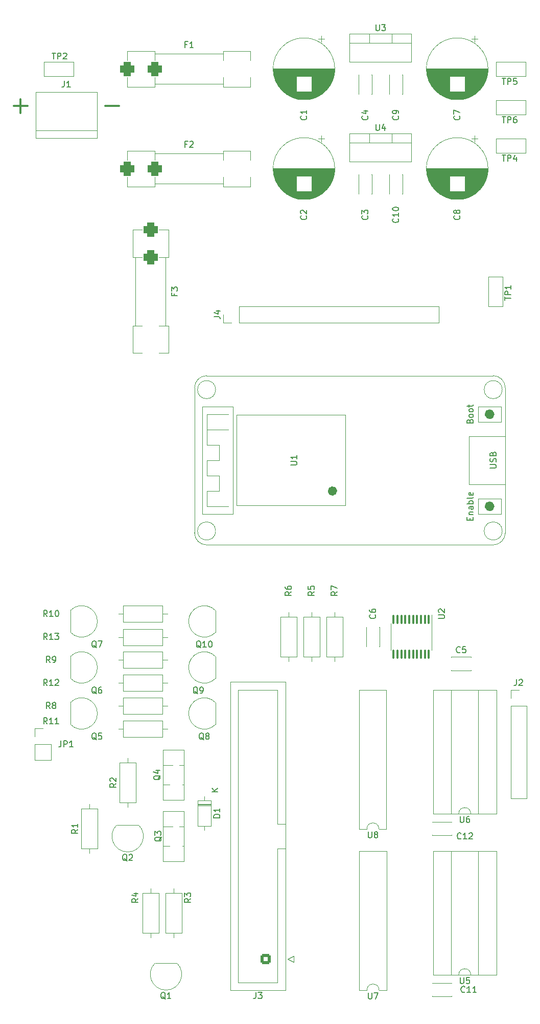
<source format=gto>
G04 #@! TF.GenerationSoftware,KiCad,Pcbnew,6.0.11-2627ca5db0~126~ubuntu20.04.1*
G04 #@! TF.CreationDate,2023-10-14T11:39:08+02:00*
G04 #@! TF.ProjectId,driverboardAnnax37623,64726976-6572-4626-9f61-7264416e6e61,rev?*
G04 #@! TF.SameCoordinates,Original*
G04 #@! TF.FileFunction,Legend,Top*
G04 #@! TF.FilePolarity,Positive*
%FSLAX46Y46*%
G04 Gerber Fmt 4.6, Leading zero omitted, Abs format (unit mm)*
G04 Created by KiCad (PCBNEW 6.0.11-2627ca5db0~126~ubuntu20.04.1) date 2023-10-14 11:39:08*
%MOMM*%
%LPD*%
G01*
G04 APERTURE LIST*
G04 Aperture macros list*
%AMRoundRect*
0 Rectangle with rounded corners*
0 $1 Rounding radius*
0 $2 $3 $4 $5 $6 $7 $8 $9 X,Y pos of 4 corners*
0 Add a 4 corners polygon primitive as box body*
4,1,4,$2,$3,$4,$5,$6,$7,$8,$9,$2,$3,0*
0 Add four circle primitives for the rounded corners*
1,1,$1+$1,$2,$3*
1,1,$1+$1,$4,$5*
1,1,$1+$1,$6,$7*
1,1,$1+$1,$8,$9*
0 Add four rect primitives between the rounded corners*
20,1,$1+$1,$2,$3,$4,$5,0*
20,1,$1+$1,$4,$5,$6,$7,0*
20,1,$1+$1,$6,$7,$8,$9,0*
20,1,$1+$1,$8,$9,$2,$3,0*%
G04 Aperture macros list end*
%ADD10C,0.300000*%
%ADD11C,0.150000*%
%ADD12C,0.120000*%
%ADD13C,1.000000*%
%ADD14C,0.800000*%
%ADD15R,2.400000X1.600000*%
%ADD16O,2.400000X1.600000*%
%ADD17R,2.000000X2.000000*%
%ADD18C,2.000000*%
%ADD19R,1.050000X1.500000*%
%ADD20O,1.050000X1.500000*%
%ADD21RoundRect,0.575000X-0.575000X-0.575000X0.575000X-0.575000X0.575000X0.575000X-0.575000X0.575000X0*%
%ADD22C,2.300000*%
%ADD23C,1.600000*%
%ADD24O,1.600000X1.600000*%
%ADD25R,1.500000X1.050000*%
%ADD26O,1.500000X1.050000*%
%ADD27C,3.200000*%
%ADD28R,1.800000X1.800000*%
%ADD29O,1.800000X1.800000*%
%ADD30RoundRect,0.575000X-0.575000X0.575000X-0.575000X-0.575000X0.575000X-0.575000X0.575000X0.575000X0*%
%ADD31RoundRect,0.100000X-0.100000X0.637500X-0.100000X-0.637500X0.100000X-0.637500X0.100000X0.637500X0*%
%ADD32R,1.905000X2.000000*%
%ADD33O,1.905000X2.000000*%
%ADD34R,1.600000X1.600000*%
%ADD35RoundRect,0.250000X0.600000X0.600000X-0.600000X0.600000X-0.600000X-0.600000X0.600000X-0.600000X0*%
%ADD36C,1.700000*%
%ADD37R,3.000000X3.000000*%
%ADD38C,3.000000*%
%ADD39R,1.700000X1.700000*%
%ADD40O,1.700000X1.700000*%
%ADD41R,1.524000X1.524000*%
%ADD42C,1.524000*%
G04 APERTURE END LIST*
D10*
X26845714Y-44235714D02*
X29131428Y-44235714D01*
X27988571Y-43092857D02*
X27988571Y-45378571D01*
X41988571Y-44235714D02*
X44274285Y-44235714D01*
D11*
X85613095Y-191012380D02*
X85613095Y-191821904D01*
X85660714Y-191917142D01*
X85708333Y-191964761D01*
X85803571Y-192012380D01*
X85994047Y-192012380D01*
X86089285Y-191964761D01*
X86136904Y-191917142D01*
X86184523Y-191821904D01*
X86184523Y-191012380D01*
X86565476Y-191012380D02*
X87232142Y-191012380D01*
X86803571Y-192012380D01*
X75287142Y-62396666D02*
X75334761Y-62444285D01*
X75382380Y-62587142D01*
X75382380Y-62682380D01*
X75334761Y-62825238D01*
X75239523Y-62920476D01*
X75144285Y-62968095D01*
X74953809Y-63015714D01*
X74810952Y-63015714D01*
X74620476Y-62968095D01*
X74525238Y-62920476D01*
X74430000Y-62825238D01*
X74382380Y-62682380D01*
X74382380Y-62587142D01*
X74430000Y-62444285D01*
X74477619Y-62396666D01*
X74477619Y-62015714D02*
X74430000Y-61968095D01*
X74382380Y-61872857D01*
X74382380Y-61634761D01*
X74430000Y-61539523D01*
X74477619Y-61491904D01*
X74572857Y-61444285D01*
X74668095Y-61444285D01*
X74810952Y-61491904D01*
X75382380Y-62063333D01*
X75382380Y-61444285D01*
X45624761Y-169207619D02*
X45529523Y-169160000D01*
X45434285Y-169064761D01*
X45291428Y-168921904D01*
X45196190Y-168874285D01*
X45100952Y-168874285D01*
X45148571Y-169112380D02*
X45053333Y-169064761D01*
X44958095Y-168969523D01*
X44910476Y-168779047D01*
X44910476Y-168445714D01*
X44958095Y-168255238D01*
X45053333Y-168160000D01*
X45148571Y-168112380D01*
X45339047Y-168112380D01*
X45434285Y-168160000D01*
X45529523Y-168255238D01*
X45577142Y-168445714D01*
X45577142Y-168779047D01*
X45529523Y-168969523D01*
X45434285Y-169064761D01*
X45339047Y-169112380D01*
X45148571Y-169112380D01*
X45958095Y-168207619D02*
X46005714Y-168160000D01*
X46100952Y-168112380D01*
X46339047Y-168112380D01*
X46434285Y-168160000D01*
X46481904Y-168207619D01*
X46529523Y-168302857D01*
X46529523Y-168398095D01*
X46481904Y-168540952D01*
X45910476Y-169112380D01*
X46529523Y-169112380D01*
X55546666Y-50538571D02*
X55213333Y-50538571D01*
X55213333Y-51062380D02*
X55213333Y-50062380D01*
X55689523Y-50062380D01*
X56022857Y-50157619D02*
X56070476Y-50110000D01*
X56165714Y-50062380D01*
X56403809Y-50062380D01*
X56499047Y-50110000D01*
X56546666Y-50157619D01*
X56594285Y-50252857D01*
X56594285Y-50348095D01*
X56546666Y-50490952D01*
X55975238Y-51062380D01*
X56594285Y-51062380D01*
X100957142Y-165457142D02*
X100909523Y-165504761D01*
X100766666Y-165552380D01*
X100671428Y-165552380D01*
X100528571Y-165504761D01*
X100433333Y-165409523D01*
X100385714Y-165314285D01*
X100338095Y-165123809D01*
X100338095Y-164980952D01*
X100385714Y-164790476D01*
X100433333Y-164695238D01*
X100528571Y-164600000D01*
X100671428Y-164552380D01*
X100766666Y-164552380D01*
X100909523Y-164600000D01*
X100957142Y-164647619D01*
X101909523Y-165552380D02*
X101338095Y-165552380D01*
X101623809Y-165552380D02*
X101623809Y-164552380D01*
X101528571Y-164695238D01*
X101433333Y-164790476D01*
X101338095Y-164838095D01*
X102290476Y-164647619D02*
X102338095Y-164600000D01*
X102433333Y-164552380D01*
X102671428Y-164552380D01*
X102766666Y-164600000D01*
X102814285Y-164647619D01*
X102861904Y-164742857D01*
X102861904Y-164838095D01*
X102814285Y-164980952D01*
X102242857Y-165552380D01*
X102861904Y-165552380D01*
X85598095Y-164342380D02*
X85598095Y-165151904D01*
X85645714Y-165247142D01*
X85693333Y-165294761D01*
X85788571Y-165342380D01*
X85979047Y-165342380D01*
X86074285Y-165294761D01*
X86121904Y-165247142D01*
X86169523Y-165151904D01*
X86169523Y-164342380D01*
X86788571Y-164770952D02*
X86693333Y-164723333D01*
X86645714Y-164675714D01*
X86598095Y-164580476D01*
X86598095Y-164532857D01*
X86645714Y-164437619D01*
X86693333Y-164390000D01*
X86788571Y-164342380D01*
X86979047Y-164342380D01*
X87074285Y-164390000D01*
X87121904Y-164437619D01*
X87169523Y-164532857D01*
X87169523Y-164580476D01*
X87121904Y-164675714D01*
X87074285Y-164723333D01*
X86979047Y-164770952D01*
X86788571Y-164770952D01*
X86693333Y-164818571D01*
X86645714Y-164866190D01*
X86598095Y-164961428D01*
X86598095Y-165151904D01*
X86645714Y-165247142D01*
X86693333Y-165294761D01*
X86788571Y-165342380D01*
X86979047Y-165342380D01*
X87074285Y-165294761D01*
X87121904Y-165247142D01*
X87169523Y-165151904D01*
X87169523Y-164961428D01*
X87121904Y-164866190D01*
X87074285Y-164818571D01*
X86979047Y-164770952D01*
X86717142Y-128436666D02*
X86764761Y-128484285D01*
X86812380Y-128627142D01*
X86812380Y-128722380D01*
X86764761Y-128865238D01*
X86669523Y-128960476D01*
X86574285Y-129008095D01*
X86383809Y-129055714D01*
X86240952Y-129055714D01*
X86050476Y-129008095D01*
X85955238Y-128960476D01*
X85860000Y-128865238D01*
X85812380Y-128722380D01*
X85812380Y-128627142D01*
X85860000Y-128484285D01*
X85907619Y-128436666D01*
X85812380Y-127579523D02*
X85812380Y-127770000D01*
X85860000Y-127865238D01*
X85907619Y-127912857D01*
X86050476Y-128008095D01*
X86240952Y-128055714D01*
X86621904Y-128055714D01*
X86717142Y-128008095D01*
X86764761Y-127960476D01*
X86812380Y-127865238D01*
X86812380Y-127674761D01*
X86764761Y-127579523D01*
X86717142Y-127531904D01*
X86621904Y-127484285D01*
X86383809Y-127484285D01*
X86288571Y-127531904D01*
X86240952Y-127579523D01*
X86193333Y-127674761D01*
X86193333Y-127865238D01*
X86240952Y-127960476D01*
X86288571Y-128008095D01*
X86383809Y-128055714D01*
X76652380Y-124626666D02*
X76176190Y-124960000D01*
X76652380Y-125198095D02*
X75652380Y-125198095D01*
X75652380Y-124817142D01*
X75700000Y-124721904D01*
X75747619Y-124674285D01*
X75842857Y-124626666D01*
X75985714Y-124626666D01*
X76080952Y-124674285D01*
X76128571Y-124721904D01*
X76176190Y-124817142D01*
X76176190Y-125198095D01*
X75652380Y-123721904D02*
X75652380Y-124198095D01*
X76128571Y-124245714D01*
X76080952Y-124198095D01*
X76033333Y-124102857D01*
X76033333Y-123864761D01*
X76080952Y-123769523D01*
X76128571Y-123721904D01*
X76223809Y-123674285D01*
X76461904Y-123674285D01*
X76557142Y-123721904D01*
X76604761Y-123769523D01*
X76652380Y-123864761D01*
X76652380Y-124102857D01*
X76604761Y-124198095D01*
X76557142Y-124245714D01*
X57848571Y-133897619D02*
X57753333Y-133850000D01*
X57658095Y-133754761D01*
X57515238Y-133611904D01*
X57420000Y-133564285D01*
X57324761Y-133564285D01*
X57372380Y-133802380D02*
X57277142Y-133754761D01*
X57181904Y-133659523D01*
X57134285Y-133469047D01*
X57134285Y-133135714D01*
X57181904Y-132945238D01*
X57277142Y-132850000D01*
X57372380Y-132802380D01*
X57562857Y-132802380D01*
X57658095Y-132850000D01*
X57753333Y-132945238D01*
X57800952Y-133135714D01*
X57800952Y-133469047D01*
X57753333Y-133659523D01*
X57658095Y-133754761D01*
X57562857Y-133802380D01*
X57372380Y-133802380D01*
X58753333Y-133802380D02*
X58181904Y-133802380D01*
X58467619Y-133802380D02*
X58467619Y-132802380D01*
X58372380Y-132945238D01*
X58277142Y-133040476D01*
X58181904Y-133088095D01*
X59372380Y-132802380D02*
X59467619Y-132802380D01*
X59562857Y-132850000D01*
X59610476Y-132897619D01*
X59658095Y-132992857D01*
X59705714Y-133183333D01*
X59705714Y-133421428D01*
X59658095Y-133611904D01*
X59610476Y-133707142D01*
X59562857Y-133754761D01*
X59467619Y-133802380D01*
X59372380Y-133802380D01*
X59277142Y-133754761D01*
X59229523Y-133707142D01*
X59181904Y-133611904D01*
X59134285Y-133421428D01*
X59134285Y-133183333D01*
X59181904Y-132992857D01*
X59229523Y-132897619D01*
X59277142Y-132850000D01*
X59372380Y-132802380D01*
X37452380Y-163996666D02*
X36976190Y-164330000D01*
X37452380Y-164568095D02*
X36452380Y-164568095D01*
X36452380Y-164187142D01*
X36500000Y-164091904D01*
X36547619Y-164044285D01*
X36642857Y-163996666D01*
X36785714Y-163996666D01*
X36880952Y-164044285D01*
X36928571Y-164091904D01*
X36976190Y-164187142D01*
X36976190Y-164568095D01*
X37452380Y-163044285D02*
X37452380Y-163615714D01*
X37452380Y-163330000D02*
X36452380Y-163330000D01*
X36595238Y-163425238D01*
X36690476Y-163520476D01*
X36738095Y-163615714D01*
X75287142Y-45886666D02*
X75334761Y-45934285D01*
X75382380Y-46077142D01*
X75382380Y-46172380D01*
X75334761Y-46315238D01*
X75239523Y-46410476D01*
X75144285Y-46458095D01*
X74953809Y-46505714D01*
X74810952Y-46505714D01*
X74620476Y-46458095D01*
X74525238Y-46410476D01*
X74430000Y-46315238D01*
X74382380Y-46172380D01*
X74382380Y-46077142D01*
X74430000Y-45934285D01*
X74477619Y-45886666D01*
X75382380Y-44934285D02*
X75382380Y-45505714D01*
X75382380Y-45220000D02*
X74382380Y-45220000D01*
X74525238Y-45315238D01*
X74620476Y-45410476D01*
X74668095Y-45505714D01*
X40544761Y-149137619D02*
X40449523Y-149090000D01*
X40354285Y-148994761D01*
X40211428Y-148851904D01*
X40116190Y-148804285D01*
X40020952Y-148804285D01*
X40068571Y-149042380D02*
X39973333Y-148994761D01*
X39878095Y-148899523D01*
X39830476Y-148709047D01*
X39830476Y-148375714D01*
X39878095Y-148185238D01*
X39973333Y-148090000D01*
X40068571Y-148042380D01*
X40259047Y-148042380D01*
X40354285Y-148090000D01*
X40449523Y-148185238D01*
X40497142Y-148375714D01*
X40497142Y-148709047D01*
X40449523Y-148899523D01*
X40354285Y-148994761D01*
X40259047Y-149042380D01*
X40068571Y-149042380D01*
X41401904Y-148042380D02*
X40925714Y-148042380D01*
X40878095Y-148518571D01*
X40925714Y-148470952D01*
X41020952Y-148423333D01*
X41259047Y-148423333D01*
X41354285Y-148470952D01*
X41401904Y-148518571D01*
X41449523Y-148613809D01*
X41449523Y-148851904D01*
X41401904Y-148947142D01*
X41354285Y-148994761D01*
X41259047Y-149042380D01*
X41020952Y-149042380D01*
X40925714Y-148994761D01*
X40878095Y-148947142D01*
X32377142Y-128722380D02*
X32043809Y-128246190D01*
X31805714Y-128722380D02*
X31805714Y-127722380D01*
X32186666Y-127722380D01*
X32281904Y-127770000D01*
X32329523Y-127817619D01*
X32377142Y-127912857D01*
X32377142Y-128055714D01*
X32329523Y-128150952D01*
X32281904Y-128198571D01*
X32186666Y-128246190D01*
X31805714Y-128246190D01*
X33329523Y-128722380D02*
X32758095Y-128722380D01*
X33043809Y-128722380D02*
X33043809Y-127722380D01*
X32948571Y-127865238D01*
X32853333Y-127960476D01*
X32758095Y-128008095D01*
X33948571Y-127722380D02*
X34043809Y-127722380D01*
X34139047Y-127770000D01*
X34186666Y-127817619D01*
X34234285Y-127912857D01*
X34281904Y-128103333D01*
X34281904Y-128341428D01*
X34234285Y-128531904D01*
X34186666Y-128627142D01*
X34139047Y-128674761D01*
X34043809Y-128722380D01*
X33948571Y-128722380D01*
X33853333Y-128674761D01*
X33805714Y-128627142D01*
X33758095Y-128531904D01*
X33710476Y-128341428D01*
X33710476Y-128103333D01*
X33758095Y-127912857D01*
X33805714Y-127817619D01*
X33853333Y-127770000D01*
X33948571Y-127722380D01*
X56162380Y-175426666D02*
X55686190Y-175760000D01*
X56162380Y-175998095D02*
X55162380Y-175998095D01*
X55162380Y-175617142D01*
X55210000Y-175521904D01*
X55257619Y-175474285D01*
X55352857Y-175426666D01*
X55495714Y-175426666D01*
X55590952Y-175474285D01*
X55638571Y-175521904D01*
X55686190Y-175617142D01*
X55686190Y-175998095D01*
X55162380Y-175093333D02*
X55162380Y-174474285D01*
X55543333Y-174807619D01*
X55543333Y-174664761D01*
X55590952Y-174569523D01*
X55638571Y-174521904D01*
X55733809Y-174474285D01*
X55971904Y-174474285D01*
X56067142Y-174521904D01*
X56114761Y-174569523D01*
X56162380Y-174664761D01*
X56162380Y-174950476D01*
X56114761Y-175045714D01*
X56067142Y-175093333D01*
X32377142Y-140152380D02*
X32043809Y-139676190D01*
X31805714Y-140152380D02*
X31805714Y-139152380D01*
X32186666Y-139152380D01*
X32281904Y-139200000D01*
X32329523Y-139247619D01*
X32377142Y-139342857D01*
X32377142Y-139485714D01*
X32329523Y-139580952D01*
X32281904Y-139628571D01*
X32186666Y-139676190D01*
X31805714Y-139676190D01*
X33329523Y-140152380D02*
X32758095Y-140152380D01*
X33043809Y-140152380D02*
X33043809Y-139152380D01*
X32948571Y-139295238D01*
X32853333Y-139390476D01*
X32758095Y-139438095D01*
X33710476Y-139247619D02*
X33758095Y-139200000D01*
X33853333Y-139152380D01*
X34091428Y-139152380D01*
X34186666Y-139200000D01*
X34234285Y-139247619D01*
X34281904Y-139342857D01*
X34281904Y-139438095D01*
X34234285Y-139580952D01*
X33662857Y-140152380D01*
X34281904Y-140152380D01*
X72842380Y-124626666D02*
X72366190Y-124960000D01*
X72842380Y-125198095D02*
X71842380Y-125198095D01*
X71842380Y-124817142D01*
X71890000Y-124721904D01*
X71937619Y-124674285D01*
X72032857Y-124626666D01*
X72175714Y-124626666D01*
X72270952Y-124674285D01*
X72318571Y-124721904D01*
X72366190Y-124817142D01*
X72366190Y-125198095D01*
X71842380Y-123769523D02*
X71842380Y-123960000D01*
X71890000Y-124055238D01*
X71937619Y-124102857D01*
X72080476Y-124198095D01*
X72270952Y-124245714D01*
X72651904Y-124245714D01*
X72747142Y-124198095D01*
X72794761Y-124150476D01*
X72842380Y-124055238D01*
X72842380Y-123864761D01*
X72794761Y-123769523D01*
X72747142Y-123721904D01*
X72651904Y-123674285D01*
X72413809Y-123674285D01*
X72318571Y-123721904D01*
X72270952Y-123769523D01*
X72223333Y-123864761D01*
X72223333Y-124055238D01*
X72270952Y-124150476D01*
X72318571Y-124198095D01*
X72413809Y-124245714D01*
X51347619Y-165195238D02*
X51300000Y-165290476D01*
X51204761Y-165385714D01*
X51061904Y-165528571D01*
X51014285Y-165623809D01*
X51014285Y-165719047D01*
X51252380Y-165671428D02*
X51204761Y-165766666D01*
X51109523Y-165861904D01*
X50919047Y-165909523D01*
X50585714Y-165909523D01*
X50395238Y-165861904D01*
X50300000Y-165766666D01*
X50252380Y-165671428D01*
X50252380Y-165480952D01*
X50300000Y-165385714D01*
X50395238Y-165290476D01*
X50585714Y-165242857D01*
X50919047Y-165242857D01*
X51109523Y-165290476D01*
X51204761Y-165385714D01*
X51252380Y-165480952D01*
X51252380Y-165671428D01*
X50252380Y-164909523D02*
X50252380Y-164290476D01*
X50633333Y-164623809D01*
X50633333Y-164480952D01*
X50680952Y-164385714D01*
X50728571Y-164338095D01*
X50823809Y-164290476D01*
X51061904Y-164290476D01*
X51157142Y-164338095D01*
X51204761Y-164385714D01*
X51252380Y-164480952D01*
X51252380Y-164766666D01*
X51204761Y-164861904D01*
X51157142Y-164909523D01*
X43802380Y-156376666D02*
X43326190Y-156710000D01*
X43802380Y-156948095D02*
X42802380Y-156948095D01*
X42802380Y-156567142D01*
X42850000Y-156471904D01*
X42897619Y-156424285D01*
X42992857Y-156376666D01*
X43135714Y-156376666D01*
X43230952Y-156424285D01*
X43278571Y-156471904D01*
X43326190Y-156567142D01*
X43326190Y-156948095D01*
X42897619Y-155995714D02*
X42850000Y-155948095D01*
X42802380Y-155852857D01*
X42802380Y-155614761D01*
X42850000Y-155519523D01*
X42897619Y-155471904D01*
X42992857Y-155424285D01*
X43088095Y-155424285D01*
X43230952Y-155471904D01*
X43802380Y-156043333D01*
X43802380Y-155424285D01*
X40544761Y-133897619D02*
X40449523Y-133850000D01*
X40354285Y-133754761D01*
X40211428Y-133611904D01*
X40116190Y-133564285D01*
X40020952Y-133564285D01*
X40068571Y-133802380D02*
X39973333Y-133754761D01*
X39878095Y-133659523D01*
X39830476Y-133469047D01*
X39830476Y-133135714D01*
X39878095Y-132945238D01*
X39973333Y-132850000D01*
X40068571Y-132802380D01*
X40259047Y-132802380D01*
X40354285Y-132850000D01*
X40449523Y-132945238D01*
X40497142Y-133135714D01*
X40497142Y-133469047D01*
X40449523Y-133659523D01*
X40354285Y-133754761D01*
X40259047Y-133802380D01*
X40068571Y-133802380D01*
X40830476Y-132802380D02*
X41497142Y-132802380D01*
X41068571Y-133802380D01*
X107788095Y-52352380D02*
X108359523Y-52352380D01*
X108073809Y-53352380D02*
X108073809Y-52352380D01*
X108692857Y-53352380D02*
X108692857Y-52352380D01*
X109073809Y-52352380D01*
X109169047Y-52400000D01*
X109216666Y-52447619D01*
X109264285Y-52542857D01*
X109264285Y-52685714D01*
X109216666Y-52780952D01*
X109169047Y-52828571D01*
X109073809Y-52876190D01*
X108692857Y-52876190D01*
X110121428Y-52685714D02*
X110121428Y-53352380D01*
X109883333Y-52304761D02*
X109645238Y-53019047D01*
X110264285Y-53019047D01*
X80462380Y-124626666D02*
X79986190Y-124960000D01*
X80462380Y-125198095D02*
X79462380Y-125198095D01*
X79462380Y-124817142D01*
X79510000Y-124721904D01*
X79557619Y-124674285D01*
X79652857Y-124626666D01*
X79795714Y-124626666D01*
X79890952Y-124674285D01*
X79938571Y-124721904D01*
X79986190Y-124817142D01*
X79986190Y-125198095D01*
X79462380Y-124293333D02*
X79462380Y-123626666D01*
X80462380Y-124055238D01*
X53458571Y-75263333D02*
X53458571Y-75596666D01*
X53982380Y-75596666D02*
X52982380Y-75596666D01*
X52982380Y-75120476D01*
X52982380Y-74834761D02*
X52982380Y-74215714D01*
X53363333Y-74549047D01*
X53363333Y-74406190D01*
X53410952Y-74310952D01*
X53458571Y-74263333D01*
X53553809Y-74215714D01*
X53791904Y-74215714D01*
X53887142Y-74263333D01*
X53934761Y-74310952D01*
X53982380Y-74406190D01*
X53982380Y-74691904D01*
X53934761Y-74787142D01*
X53887142Y-74834761D01*
X97242380Y-129031904D02*
X98051904Y-129031904D01*
X98147142Y-128984285D01*
X98194761Y-128936666D01*
X98242380Y-128841428D01*
X98242380Y-128650952D01*
X98194761Y-128555714D01*
X98147142Y-128508095D01*
X98051904Y-128460476D01*
X97242380Y-128460476D01*
X97337619Y-128031904D02*
X97290000Y-127984285D01*
X97242380Y-127889047D01*
X97242380Y-127650952D01*
X97290000Y-127555714D01*
X97337619Y-127508095D01*
X97432857Y-127460476D01*
X97528095Y-127460476D01*
X97670952Y-127508095D01*
X98242380Y-128079523D01*
X98242380Y-127460476D01*
X57329784Y-141517619D02*
X57234546Y-141470000D01*
X57139308Y-141374761D01*
X56996451Y-141231904D01*
X56901213Y-141184285D01*
X56805975Y-141184285D01*
X56853594Y-141422380D02*
X56758356Y-141374761D01*
X56663118Y-141279523D01*
X56615499Y-141089047D01*
X56615499Y-140755714D01*
X56663118Y-140565238D01*
X56758356Y-140470000D01*
X56853594Y-140422380D01*
X57044070Y-140422380D01*
X57139308Y-140470000D01*
X57234546Y-140565238D01*
X57282165Y-140755714D01*
X57282165Y-141089047D01*
X57234546Y-141279523D01*
X57139308Y-141374761D01*
X57044070Y-141422380D01*
X56853594Y-141422380D01*
X57758356Y-141422380D02*
X57948832Y-141422380D01*
X58044070Y-141374761D01*
X58091689Y-141327142D01*
X58186927Y-141184285D01*
X58234546Y-140993809D01*
X58234546Y-140612857D01*
X58186927Y-140517619D01*
X58139308Y-140470000D01*
X58044070Y-140422380D01*
X57853594Y-140422380D01*
X57758356Y-140470000D01*
X57710737Y-140517619D01*
X57663118Y-140612857D01*
X57663118Y-140850952D01*
X57710737Y-140946190D01*
X57758356Y-140993809D01*
X57853594Y-141041428D01*
X58044070Y-141041428D01*
X58139308Y-140993809D01*
X58186927Y-140946190D01*
X58234546Y-140850952D01*
X32853333Y-143962380D02*
X32520000Y-143486190D01*
X32281904Y-143962380D02*
X32281904Y-142962380D01*
X32662857Y-142962380D01*
X32758095Y-143010000D01*
X32805714Y-143057619D01*
X32853333Y-143152857D01*
X32853333Y-143295714D01*
X32805714Y-143390952D01*
X32758095Y-143438571D01*
X32662857Y-143486190D01*
X32281904Y-143486190D01*
X33424761Y-143390952D02*
X33329523Y-143343333D01*
X33281904Y-143295714D01*
X33234285Y-143200476D01*
X33234285Y-143152857D01*
X33281904Y-143057619D01*
X33329523Y-143010000D01*
X33424761Y-142962380D01*
X33615238Y-142962380D01*
X33710476Y-143010000D01*
X33758095Y-143057619D01*
X33805714Y-143152857D01*
X33805714Y-143200476D01*
X33758095Y-143295714D01*
X33710476Y-143343333D01*
X33615238Y-143390952D01*
X33424761Y-143390952D01*
X33329523Y-143438571D01*
X33281904Y-143486190D01*
X33234285Y-143581428D01*
X33234285Y-143771904D01*
X33281904Y-143867142D01*
X33329523Y-143914761D01*
X33424761Y-143962380D01*
X33615238Y-143962380D01*
X33710476Y-143914761D01*
X33758095Y-143867142D01*
X33805714Y-143771904D01*
X33805714Y-143581428D01*
X33758095Y-143486190D01*
X33710476Y-143438571D01*
X33615238Y-143390952D01*
X107788095Y-39652380D02*
X108359523Y-39652380D01*
X108073809Y-40652380D02*
X108073809Y-39652380D01*
X108692857Y-40652380D02*
X108692857Y-39652380D01*
X109073809Y-39652380D01*
X109169047Y-39700000D01*
X109216666Y-39747619D01*
X109264285Y-39842857D01*
X109264285Y-39985714D01*
X109216666Y-40080952D01*
X109169047Y-40128571D01*
X109073809Y-40176190D01*
X108692857Y-40176190D01*
X110169047Y-39652380D02*
X109692857Y-39652380D01*
X109645238Y-40128571D01*
X109692857Y-40080952D01*
X109788095Y-40033333D01*
X110026190Y-40033333D01*
X110121428Y-40080952D01*
X110169047Y-40128571D01*
X110216666Y-40223809D01*
X110216666Y-40461904D01*
X110169047Y-40557142D01*
X110121428Y-40604761D01*
X110026190Y-40652380D01*
X109788095Y-40652380D01*
X109692857Y-40604761D01*
X109645238Y-40557142D01*
X86868095Y-30742380D02*
X86868095Y-31551904D01*
X86915714Y-31647142D01*
X86963333Y-31694761D01*
X87058571Y-31742380D01*
X87249047Y-31742380D01*
X87344285Y-31694761D01*
X87391904Y-31647142D01*
X87439523Y-31551904D01*
X87439523Y-30742380D01*
X87820476Y-30742380D02*
X88439523Y-30742380D01*
X88106190Y-31123333D01*
X88249047Y-31123333D01*
X88344285Y-31170952D01*
X88391904Y-31218571D01*
X88439523Y-31313809D01*
X88439523Y-31551904D01*
X88391904Y-31647142D01*
X88344285Y-31694761D01*
X88249047Y-31742380D01*
X87963333Y-31742380D01*
X87868095Y-31694761D01*
X87820476Y-31647142D01*
X40544761Y-141517619D02*
X40449523Y-141470000D01*
X40354285Y-141374761D01*
X40211428Y-141231904D01*
X40116190Y-141184285D01*
X40020952Y-141184285D01*
X40068571Y-141422380D02*
X39973333Y-141374761D01*
X39878095Y-141279523D01*
X39830476Y-141089047D01*
X39830476Y-140755714D01*
X39878095Y-140565238D01*
X39973333Y-140470000D01*
X40068571Y-140422380D01*
X40259047Y-140422380D01*
X40354285Y-140470000D01*
X40449523Y-140565238D01*
X40497142Y-140755714D01*
X40497142Y-141089047D01*
X40449523Y-141279523D01*
X40354285Y-141374761D01*
X40259047Y-141422380D01*
X40068571Y-141422380D01*
X41354285Y-140422380D02*
X41163809Y-140422380D01*
X41068571Y-140470000D01*
X41020952Y-140517619D01*
X40925714Y-140660476D01*
X40878095Y-140850952D01*
X40878095Y-141231904D01*
X40925714Y-141327142D01*
X40973333Y-141374761D01*
X41068571Y-141422380D01*
X41259047Y-141422380D01*
X41354285Y-141374761D01*
X41401904Y-141327142D01*
X41449523Y-141231904D01*
X41449523Y-140993809D01*
X41401904Y-140898571D01*
X41354285Y-140850952D01*
X41259047Y-140803333D01*
X41068571Y-140803333D01*
X40973333Y-140850952D01*
X40925714Y-140898571D01*
X40878095Y-140993809D01*
X32853333Y-136342380D02*
X32520000Y-135866190D01*
X32281904Y-136342380D02*
X32281904Y-135342380D01*
X32662857Y-135342380D01*
X32758095Y-135390000D01*
X32805714Y-135437619D01*
X32853333Y-135532857D01*
X32853333Y-135675714D01*
X32805714Y-135770952D01*
X32758095Y-135818571D01*
X32662857Y-135866190D01*
X32281904Y-135866190D01*
X33329523Y-136342380D02*
X33520000Y-136342380D01*
X33615238Y-136294761D01*
X33662857Y-136247142D01*
X33758095Y-136104285D01*
X33805714Y-135913809D01*
X33805714Y-135532857D01*
X33758095Y-135437619D01*
X33710476Y-135390000D01*
X33615238Y-135342380D01*
X33424761Y-135342380D01*
X33329523Y-135390000D01*
X33281904Y-135437619D01*
X33234285Y-135532857D01*
X33234285Y-135770952D01*
X33281904Y-135866190D01*
X33329523Y-135913809D01*
X33424761Y-135961428D01*
X33615238Y-135961428D01*
X33710476Y-135913809D01*
X33758095Y-135866190D01*
X33805714Y-135770952D01*
X100828095Y-188482380D02*
X100828095Y-189291904D01*
X100875714Y-189387142D01*
X100923333Y-189434761D01*
X101018571Y-189482380D01*
X101209047Y-189482380D01*
X101304285Y-189434761D01*
X101351904Y-189387142D01*
X101399523Y-189291904D01*
X101399523Y-188482380D01*
X102351904Y-188482380D02*
X101875714Y-188482380D01*
X101828095Y-188958571D01*
X101875714Y-188910952D01*
X101970952Y-188863333D01*
X102209047Y-188863333D01*
X102304285Y-188910952D01*
X102351904Y-188958571D01*
X102399523Y-189053809D01*
X102399523Y-189291904D01*
X102351904Y-189387142D01*
X102304285Y-189434761D01*
X102209047Y-189482380D01*
X101970952Y-189482380D01*
X101875714Y-189434761D01*
X101828095Y-189387142D01*
X51142619Y-155035238D02*
X51095000Y-155130476D01*
X50999761Y-155225714D01*
X50856904Y-155368571D01*
X50809285Y-155463809D01*
X50809285Y-155559047D01*
X51047380Y-155511428D02*
X50999761Y-155606666D01*
X50904523Y-155701904D01*
X50714047Y-155749523D01*
X50380714Y-155749523D01*
X50190238Y-155701904D01*
X50095000Y-155606666D01*
X50047380Y-155511428D01*
X50047380Y-155320952D01*
X50095000Y-155225714D01*
X50190238Y-155130476D01*
X50380714Y-155082857D01*
X50714047Y-155082857D01*
X50904523Y-155130476D01*
X50999761Y-155225714D01*
X51047380Y-155320952D01*
X51047380Y-155511428D01*
X50380714Y-154225714D02*
X51047380Y-154225714D01*
X49999761Y-154463809D02*
X50714047Y-154701904D01*
X50714047Y-154082857D01*
X60992380Y-162028095D02*
X59992380Y-162028095D01*
X59992380Y-161790000D01*
X60040000Y-161647142D01*
X60135238Y-161551904D01*
X60230476Y-161504285D01*
X60420952Y-161456666D01*
X60563809Y-161456666D01*
X60754285Y-161504285D01*
X60849523Y-161551904D01*
X60944761Y-161647142D01*
X60992380Y-161790000D01*
X60992380Y-162028095D01*
X60992380Y-160504285D02*
X60992380Y-161075714D01*
X60992380Y-160790000D02*
X59992380Y-160790000D01*
X60135238Y-160885238D01*
X60230476Y-160980476D01*
X60278095Y-161075714D01*
X60672380Y-157741904D02*
X59672380Y-157741904D01*
X60672380Y-157170476D02*
X60100952Y-157599047D01*
X59672380Y-157170476D02*
X60243809Y-157741904D01*
X32377142Y-146502380D02*
X32043809Y-146026190D01*
X31805714Y-146502380D02*
X31805714Y-145502380D01*
X32186666Y-145502380D01*
X32281904Y-145550000D01*
X32329523Y-145597619D01*
X32377142Y-145692857D01*
X32377142Y-145835714D01*
X32329523Y-145930952D01*
X32281904Y-145978571D01*
X32186666Y-146026190D01*
X31805714Y-146026190D01*
X33329523Y-146502380D02*
X32758095Y-146502380D01*
X33043809Y-146502380D02*
X33043809Y-145502380D01*
X32948571Y-145645238D01*
X32853333Y-145740476D01*
X32758095Y-145788095D01*
X34281904Y-146502380D02*
X33710476Y-146502380D01*
X33996190Y-146502380D02*
X33996190Y-145502380D01*
X33900952Y-145645238D01*
X33805714Y-145740476D01*
X33710476Y-145788095D01*
X66976666Y-190972380D02*
X66976666Y-191686666D01*
X66929047Y-191829523D01*
X66833809Y-191924761D01*
X66690952Y-191972380D01*
X66595714Y-191972380D01*
X67357619Y-190972380D02*
X67976666Y-190972380D01*
X67643333Y-191353333D01*
X67786190Y-191353333D01*
X67881428Y-191400952D01*
X67929047Y-191448571D01*
X67976666Y-191543809D01*
X67976666Y-191781904D01*
X67929047Y-191877142D01*
X67881428Y-191924761D01*
X67786190Y-191972380D01*
X67500476Y-191972380D01*
X67405238Y-191924761D01*
X67357619Y-191877142D01*
X86868095Y-47252380D02*
X86868095Y-48061904D01*
X86915714Y-48157142D01*
X86963333Y-48204761D01*
X87058571Y-48252380D01*
X87249047Y-48252380D01*
X87344285Y-48204761D01*
X87391904Y-48157142D01*
X87439523Y-48061904D01*
X87439523Y-47252380D01*
X88344285Y-47585714D02*
X88344285Y-48252380D01*
X88106190Y-47204761D02*
X87868095Y-47919047D01*
X88487142Y-47919047D01*
X55546666Y-34028571D02*
X55213333Y-34028571D01*
X55213333Y-34552380D02*
X55213333Y-33552380D01*
X55689523Y-33552380D01*
X56594285Y-34552380D02*
X56022857Y-34552380D01*
X56308571Y-34552380D02*
X56308571Y-33552380D01*
X56213333Y-33695238D01*
X56118095Y-33790476D01*
X56022857Y-33838095D01*
X35226666Y-40092380D02*
X35226666Y-40806666D01*
X35179047Y-40949523D01*
X35083809Y-41044761D01*
X34940952Y-41092380D01*
X34845714Y-41092380D01*
X36226666Y-41092380D02*
X35655238Y-41092380D01*
X35940952Y-41092380D02*
X35940952Y-40092380D01*
X35845714Y-40235238D01*
X35750476Y-40330476D01*
X35655238Y-40378095D01*
X100687142Y-45886666D02*
X100734761Y-45934285D01*
X100782380Y-46077142D01*
X100782380Y-46172380D01*
X100734761Y-46315238D01*
X100639523Y-46410476D01*
X100544285Y-46458095D01*
X100353809Y-46505714D01*
X100210952Y-46505714D01*
X100020476Y-46458095D01*
X99925238Y-46410476D01*
X99830000Y-46315238D01*
X99782380Y-46172380D01*
X99782380Y-46077142D01*
X99830000Y-45934285D01*
X99877619Y-45886666D01*
X99782380Y-45553333D02*
X99782380Y-44886666D01*
X100782380Y-45315238D01*
X110156666Y-139152380D02*
X110156666Y-139866666D01*
X110109047Y-140009523D01*
X110013809Y-140104761D01*
X109870952Y-140152380D01*
X109775714Y-140152380D01*
X110585238Y-139247619D02*
X110632857Y-139200000D01*
X110728095Y-139152380D01*
X110966190Y-139152380D01*
X111061428Y-139200000D01*
X111109047Y-139247619D01*
X111156666Y-139342857D01*
X111156666Y-139438095D01*
X111109047Y-139580952D01*
X110537619Y-140152380D01*
X111156666Y-140152380D01*
X100687142Y-62396666D02*
X100734761Y-62444285D01*
X100782380Y-62587142D01*
X100782380Y-62682380D01*
X100734761Y-62825238D01*
X100639523Y-62920476D01*
X100544285Y-62968095D01*
X100353809Y-63015714D01*
X100210952Y-63015714D01*
X100020476Y-62968095D01*
X99925238Y-62920476D01*
X99830000Y-62825238D01*
X99782380Y-62682380D01*
X99782380Y-62587142D01*
X99830000Y-62444285D01*
X99877619Y-62396666D01*
X100210952Y-61825238D02*
X100163333Y-61920476D01*
X100115714Y-61968095D01*
X100020476Y-62015714D01*
X99972857Y-62015714D01*
X99877619Y-61968095D01*
X99830000Y-61920476D01*
X99782380Y-61825238D01*
X99782380Y-61634761D01*
X99830000Y-61539523D01*
X99877619Y-61491904D01*
X99972857Y-61444285D01*
X100020476Y-61444285D01*
X100115714Y-61491904D01*
X100163333Y-61539523D01*
X100210952Y-61634761D01*
X100210952Y-61825238D01*
X100258571Y-61920476D01*
X100306190Y-61968095D01*
X100401428Y-62015714D01*
X100591904Y-62015714D01*
X100687142Y-61968095D01*
X100734761Y-61920476D01*
X100782380Y-61825238D01*
X100782380Y-61634761D01*
X100734761Y-61539523D01*
X100687142Y-61491904D01*
X100591904Y-61444285D01*
X100401428Y-61444285D01*
X100306190Y-61491904D01*
X100258571Y-61539523D01*
X100210952Y-61634761D01*
X85447142Y-62396666D02*
X85494761Y-62444285D01*
X85542380Y-62587142D01*
X85542380Y-62682380D01*
X85494761Y-62825238D01*
X85399523Y-62920476D01*
X85304285Y-62968095D01*
X85113809Y-63015714D01*
X84970952Y-63015714D01*
X84780476Y-62968095D01*
X84685238Y-62920476D01*
X84590000Y-62825238D01*
X84542380Y-62682380D01*
X84542380Y-62587142D01*
X84590000Y-62444285D01*
X84637619Y-62396666D01*
X84542380Y-62063333D02*
X84542380Y-61444285D01*
X84923333Y-61777619D01*
X84923333Y-61634761D01*
X84970952Y-61539523D01*
X85018571Y-61491904D01*
X85113809Y-61444285D01*
X85351904Y-61444285D01*
X85447142Y-61491904D01*
X85494761Y-61539523D01*
X85542380Y-61634761D01*
X85542380Y-61920476D01*
X85494761Y-62015714D01*
X85447142Y-62063333D01*
X47442380Y-175426666D02*
X46966190Y-175760000D01*
X47442380Y-175998095D02*
X46442380Y-175998095D01*
X46442380Y-175617142D01*
X46490000Y-175521904D01*
X46537619Y-175474285D01*
X46632857Y-175426666D01*
X46775714Y-175426666D01*
X46870952Y-175474285D01*
X46918571Y-175521904D01*
X46966190Y-175617142D01*
X46966190Y-175998095D01*
X46775714Y-174569523D02*
X47442380Y-174569523D01*
X46394761Y-174807619D02*
X47109047Y-175045714D01*
X47109047Y-174426666D01*
X60047380Y-79073333D02*
X60761666Y-79073333D01*
X60904523Y-79120952D01*
X60999761Y-79216190D01*
X61047380Y-79359047D01*
X61047380Y-79454285D01*
X60380714Y-78168571D02*
X61047380Y-78168571D01*
X59999761Y-78406666D02*
X60714047Y-78644761D01*
X60714047Y-78025714D01*
X32377142Y-132532380D02*
X32043809Y-132056190D01*
X31805714Y-132532380D02*
X31805714Y-131532380D01*
X32186666Y-131532380D01*
X32281904Y-131580000D01*
X32329523Y-131627619D01*
X32377142Y-131722857D01*
X32377142Y-131865714D01*
X32329523Y-131960952D01*
X32281904Y-132008571D01*
X32186666Y-132056190D01*
X31805714Y-132056190D01*
X33329523Y-132532380D02*
X32758095Y-132532380D01*
X33043809Y-132532380D02*
X33043809Y-131532380D01*
X32948571Y-131675238D01*
X32853333Y-131770476D01*
X32758095Y-131818095D01*
X33662857Y-131532380D02*
X34281904Y-131532380D01*
X33948571Y-131913333D01*
X34091428Y-131913333D01*
X34186666Y-131960952D01*
X34234285Y-132008571D01*
X34281904Y-132103809D01*
X34281904Y-132341904D01*
X34234285Y-132437142D01*
X34186666Y-132484761D01*
X34091428Y-132532380D01*
X33805714Y-132532380D01*
X33710476Y-132484761D01*
X33662857Y-132437142D01*
X72762380Y-103631904D02*
X73571904Y-103631904D01*
X73667142Y-103584285D01*
X73714761Y-103536666D01*
X73762380Y-103441428D01*
X73762380Y-103250952D01*
X73714761Y-103155714D01*
X73667142Y-103108095D01*
X73571904Y-103060476D01*
X72762380Y-103060476D01*
X73762380Y-102060476D02*
X73762380Y-102631904D01*
X73762380Y-102346190D02*
X72762380Y-102346190D01*
X72905238Y-102441428D01*
X73000476Y-102536666D01*
X73048095Y-102631904D01*
X102448571Y-112751904D02*
X102448571Y-112418571D01*
X102972380Y-112275714D02*
X102972380Y-112751904D01*
X101972380Y-112751904D01*
X101972380Y-112275714D01*
X102305714Y-111847142D02*
X102972380Y-111847142D01*
X102400952Y-111847142D02*
X102353333Y-111799523D01*
X102305714Y-111704285D01*
X102305714Y-111561428D01*
X102353333Y-111466190D01*
X102448571Y-111418571D01*
X102972380Y-111418571D01*
X102972380Y-110513809D02*
X102448571Y-110513809D01*
X102353333Y-110561428D01*
X102305714Y-110656666D01*
X102305714Y-110847142D01*
X102353333Y-110942380D01*
X102924761Y-110513809D02*
X102972380Y-110609047D01*
X102972380Y-110847142D01*
X102924761Y-110942380D01*
X102829523Y-110990000D01*
X102734285Y-110990000D01*
X102639047Y-110942380D01*
X102591428Y-110847142D01*
X102591428Y-110609047D01*
X102543809Y-110513809D01*
X102972380Y-110037619D02*
X101972380Y-110037619D01*
X102353333Y-110037619D02*
X102305714Y-109942380D01*
X102305714Y-109751904D01*
X102353333Y-109656666D01*
X102400952Y-109609047D01*
X102496190Y-109561428D01*
X102781904Y-109561428D01*
X102877142Y-109609047D01*
X102924761Y-109656666D01*
X102972380Y-109751904D01*
X102972380Y-109942380D01*
X102924761Y-110037619D01*
X102972380Y-108990000D02*
X102924761Y-109085238D01*
X102829523Y-109132857D01*
X101972380Y-109132857D01*
X102924761Y-108228095D02*
X102972380Y-108323333D01*
X102972380Y-108513809D01*
X102924761Y-108609047D01*
X102829523Y-108656666D01*
X102448571Y-108656666D01*
X102353333Y-108609047D01*
X102305714Y-108513809D01*
X102305714Y-108323333D01*
X102353333Y-108228095D01*
X102448571Y-108180476D01*
X102543809Y-108180476D01*
X102639047Y-108656666D01*
X105782380Y-104131904D02*
X106591904Y-104131904D01*
X106687142Y-104084285D01*
X106734761Y-104036666D01*
X106782380Y-103941428D01*
X106782380Y-103750952D01*
X106734761Y-103655714D01*
X106687142Y-103608095D01*
X106591904Y-103560476D01*
X105782380Y-103560476D01*
X106734761Y-103131904D02*
X106782380Y-102989047D01*
X106782380Y-102750952D01*
X106734761Y-102655714D01*
X106687142Y-102608095D01*
X106591904Y-102560476D01*
X106496666Y-102560476D01*
X106401428Y-102608095D01*
X106353809Y-102655714D01*
X106306190Y-102750952D01*
X106258571Y-102941428D01*
X106210952Y-103036666D01*
X106163333Y-103084285D01*
X106068095Y-103131904D01*
X105972857Y-103131904D01*
X105877619Y-103084285D01*
X105830000Y-103036666D01*
X105782380Y-102941428D01*
X105782380Y-102703333D01*
X105830000Y-102560476D01*
X106258571Y-101798571D02*
X106306190Y-101655714D01*
X106353809Y-101608095D01*
X106449047Y-101560476D01*
X106591904Y-101560476D01*
X106687142Y-101608095D01*
X106734761Y-101655714D01*
X106782380Y-101750952D01*
X106782380Y-102131904D01*
X105782380Y-102131904D01*
X105782380Y-101798571D01*
X105830000Y-101703333D01*
X105877619Y-101655714D01*
X105972857Y-101608095D01*
X106068095Y-101608095D01*
X106163333Y-101655714D01*
X106210952Y-101703333D01*
X106258571Y-101798571D01*
X106258571Y-102131904D01*
X102448571Y-96369047D02*
X102496190Y-96226190D01*
X102543809Y-96178571D01*
X102639047Y-96130952D01*
X102781904Y-96130952D01*
X102877142Y-96178571D01*
X102924761Y-96226190D01*
X102972380Y-96321428D01*
X102972380Y-96702380D01*
X101972380Y-96702380D01*
X101972380Y-96369047D01*
X102020000Y-96273809D01*
X102067619Y-96226190D01*
X102162857Y-96178571D01*
X102258095Y-96178571D01*
X102353333Y-96226190D01*
X102400952Y-96273809D01*
X102448571Y-96369047D01*
X102448571Y-96702380D01*
X102972380Y-95559523D02*
X102924761Y-95654761D01*
X102877142Y-95702380D01*
X102781904Y-95750000D01*
X102496190Y-95750000D01*
X102400952Y-95702380D01*
X102353333Y-95654761D01*
X102305714Y-95559523D01*
X102305714Y-95416666D01*
X102353333Y-95321428D01*
X102400952Y-95273809D01*
X102496190Y-95226190D01*
X102781904Y-95226190D01*
X102877142Y-95273809D01*
X102924761Y-95321428D01*
X102972380Y-95416666D01*
X102972380Y-95559523D01*
X102972380Y-94654761D02*
X102924761Y-94750000D01*
X102877142Y-94797619D01*
X102781904Y-94845238D01*
X102496190Y-94845238D01*
X102400952Y-94797619D01*
X102353333Y-94750000D01*
X102305714Y-94654761D01*
X102305714Y-94511904D01*
X102353333Y-94416666D01*
X102400952Y-94369047D01*
X102496190Y-94321428D01*
X102781904Y-94321428D01*
X102877142Y-94369047D01*
X102924761Y-94416666D01*
X102972380Y-94511904D01*
X102972380Y-94654761D01*
X102305714Y-94035714D02*
X102305714Y-93654761D01*
X101972380Y-93892857D02*
X102829523Y-93892857D01*
X102924761Y-93845238D01*
X102972380Y-93750000D01*
X102972380Y-93654761D01*
X100828095Y-161812380D02*
X100828095Y-162621904D01*
X100875714Y-162717142D01*
X100923333Y-162764761D01*
X101018571Y-162812380D01*
X101209047Y-162812380D01*
X101304285Y-162764761D01*
X101351904Y-162717142D01*
X101399523Y-162621904D01*
X101399523Y-161812380D01*
X102304285Y-161812380D02*
X102113809Y-161812380D01*
X102018571Y-161860000D01*
X101970952Y-161907619D01*
X101875714Y-162050476D01*
X101828095Y-162240952D01*
X101828095Y-162621904D01*
X101875714Y-162717142D01*
X101923333Y-162764761D01*
X102018571Y-162812380D01*
X102209047Y-162812380D01*
X102304285Y-162764761D01*
X102351904Y-162717142D01*
X102399523Y-162621904D01*
X102399523Y-162383809D01*
X102351904Y-162288571D01*
X102304285Y-162240952D01*
X102209047Y-162193333D01*
X102018571Y-162193333D01*
X101923333Y-162240952D01*
X101875714Y-162288571D01*
X101828095Y-162383809D01*
X33198095Y-35452380D02*
X33769523Y-35452380D01*
X33483809Y-36452380D02*
X33483809Y-35452380D01*
X34102857Y-36452380D02*
X34102857Y-35452380D01*
X34483809Y-35452380D01*
X34579047Y-35500000D01*
X34626666Y-35547619D01*
X34674285Y-35642857D01*
X34674285Y-35785714D01*
X34626666Y-35880952D01*
X34579047Y-35928571D01*
X34483809Y-35976190D01*
X34102857Y-35976190D01*
X35055238Y-35547619D02*
X35102857Y-35500000D01*
X35198095Y-35452380D01*
X35436190Y-35452380D01*
X35531428Y-35500000D01*
X35579047Y-35547619D01*
X35626666Y-35642857D01*
X35626666Y-35738095D01*
X35579047Y-35880952D01*
X35007619Y-36452380D01*
X35626666Y-36452380D01*
X101592142Y-190857142D02*
X101544523Y-190904761D01*
X101401666Y-190952380D01*
X101306428Y-190952380D01*
X101163571Y-190904761D01*
X101068333Y-190809523D01*
X101020714Y-190714285D01*
X100973095Y-190523809D01*
X100973095Y-190380952D01*
X101020714Y-190190476D01*
X101068333Y-190095238D01*
X101163571Y-190000000D01*
X101306428Y-189952380D01*
X101401666Y-189952380D01*
X101544523Y-190000000D01*
X101592142Y-190047619D01*
X102544523Y-190952380D02*
X101973095Y-190952380D01*
X102258809Y-190952380D02*
X102258809Y-189952380D01*
X102163571Y-190095238D01*
X102068333Y-190190476D01*
X101973095Y-190238095D01*
X103496904Y-190952380D02*
X102925476Y-190952380D01*
X103211190Y-190952380D02*
X103211190Y-189952380D01*
X103115952Y-190095238D01*
X103020714Y-190190476D01*
X102925476Y-190238095D01*
X107788095Y-46002380D02*
X108359523Y-46002380D01*
X108073809Y-47002380D02*
X108073809Y-46002380D01*
X108692857Y-47002380D02*
X108692857Y-46002380D01*
X109073809Y-46002380D01*
X109169047Y-46050000D01*
X109216666Y-46097619D01*
X109264285Y-46192857D01*
X109264285Y-46335714D01*
X109216666Y-46430952D01*
X109169047Y-46478571D01*
X109073809Y-46526190D01*
X108692857Y-46526190D01*
X110121428Y-46002380D02*
X109930952Y-46002380D01*
X109835714Y-46050000D01*
X109788095Y-46097619D01*
X109692857Y-46240476D01*
X109645238Y-46430952D01*
X109645238Y-46811904D01*
X109692857Y-46907142D01*
X109740476Y-46954761D01*
X109835714Y-47002380D01*
X110026190Y-47002380D01*
X110121428Y-46954761D01*
X110169047Y-46907142D01*
X110216666Y-46811904D01*
X110216666Y-46573809D01*
X110169047Y-46478571D01*
X110121428Y-46430952D01*
X110026190Y-46383333D01*
X109835714Y-46383333D01*
X109740476Y-46430952D01*
X109692857Y-46478571D01*
X109645238Y-46573809D01*
X108232380Y-76361904D02*
X108232380Y-75790476D01*
X109232380Y-76076190D02*
X108232380Y-76076190D01*
X109232380Y-75457142D02*
X108232380Y-75457142D01*
X108232380Y-75076190D01*
X108280000Y-74980952D01*
X108327619Y-74933333D01*
X108422857Y-74885714D01*
X108565714Y-74885714D01*
X108660952Y-74933333D01*
X108708571Y-74980952D01*
X108756190Y-75076190D01*
X108756190Y-75457142D01*
X109232380Y-73933333D02*
X109232380Y-74504761D01*
X109232380Y-74219047D02*
X108232380Y-74219047D01*
X108375238Y-74314285D01*
X108470476Y-74409523D01*
X108518095Y-74504761D01*
X100818333Y-134632142D02*
X100770714Y-134679761D01*
X100627857Y-134727380D01*
X100532619Y-134727380D01*
X100389761Y-134679761D01*
X100294523Y-134584523D01*
X100246904Y-134489285D01*
X100199285Y-134298809D01*
X100199285Y-134155952D01*
X100246904Y-133965476D01*
X100294523Y-133870238D01*
X100389761Y-133775000D01*
X100532619Y-133727380D01*
X100627857Y-133727380D01*
X100770714Y-133775000D01*
X100818333Y-133822619D01*
X101723095Y-133727380D02*
X101246904Y-133727380D01*
X101199285Y-134203571D01*
X101246904Y-134155952D01*
X101342142Y-134108333D01*
X101580238Y-134108333D01*
X101675476Y-134155952D01*
X101723095Y-134203571D01*
X101770714Y-134298809D01*
X101770714Y-134536904D01*
X101723095Y-134632142D01*
X101675476Y-134679761D01*
X101580238Y-134727380D01*
X101342142Y-134727380D01*
X101246904Y-134679761D01*
X101199285Y-134632142D01*
X51974761Y-192067619D02*
X51879523Y-192020000D01*
X51784285Y-191924761D01*
X51641428Y-191781904D01*
X51546190Y-191734285D01*
X51450952Y-191734285D01*
X51498571Y-191972380D02*
X51403333Y-191924761D01*
X51308095Y-191829523D01*
X51260476Y-191639047D01*
X51260476Y-191305714D01*
X51308095Y-191115238D01*
X51403333Y-191020000D01*
X51498571Y-190972380D01*
X51689047Y-190972380D01*
X51784285Y-191020000D01*
X51879523Y-191115238D01*
X51927142Y-191305714D01*
X51927142Y-191639047D01*
X51879523Y-191829523D01*
X51784285Y-191924761D01*
X51689047Y-191972380D01*
X51498571Y-191972380D01*
X52879523Y-191972380D02*
X52308095Y-191972380D01*
X52593809Y-191972380D02*
X52593809Y-190972380D01*
X52498571Y-191115238D01*
X52403333Y-191210476D01*
X52308095Y-191258095D01*
X58324761Y-149137619D02*
X58229523Y-149090000D01*
X58134285Y-148994761D01*
X57991428Y-148851904D01*
X57896190Y-148804285D01*
X57800952Y-148804285D01*
X57848571Y-149042380D02*
X57753333Y-148994761D01*
X57658095Y-148899523D01*
X57610476Y-148709047D01*
X57610476Y-148375714D01*
X57658095Y-148185238D01*
X57753333Y-148090000D01*
X57848571Y-148042380D01*
X58039047Y-148042380D01*
X58134285Y-148090000D01*
X58229523Y-148185238D01*
X58277142Y-148375714D01*
X58277142Y-148709047D01*
X58229523Y-148899523D01*
X58134285Y-148994761D01*
X58039047Y-149042380D01*
X57848571Y-149042380D01*
X58848571Y-148470952D02*
X58753333Y-148423333D01*
X58705714Y-148375714D01*
X58658095Y-148280476D01*
X58658095Y-148232857D01*
X58705714Y-148137619D01*
X58753333Y-148090000D01*
X58848571Y-148042380D01*
X59039047Y-148042380D01*
X59134285Y-148090000D01*
X59181904Y-148137619D01*
X59229523Y-148232857D01*
X59229523Y-148280476D01*
X59181904Y-148375714D01*
X59134285Y-148423333D01*
X59039047Y-148470952D01*
X58848571Y-148470952D01*
X58753333Y-148518571D01*
X58705714Y-148566190D01*
X58658095Y-148661428D01*
X58658095Y-148851904D01*
X58705714Y-148947142D01*
X58753333Y-148994761D01*
X58848571Y-149042380D01*
X59039047Y-149042380D01*
X59134285Y-148994761D01*
X59181904Y-148947142D01*
X59229523Y-148851904D01*
X59229523Y-148661428D01*
X59181904Y-148566190D01*
X59134285Y-148518571D01*
X59039047Y-148470952D01*
X34666666Y-149312380D02*
X34666666Y-150026666D01*
X34619047Y-150169523D01*
X34523809Y-150264761D01*
X34380952Y-150312380D01*
X34285714Y-150312380D01*
X35142857Y-150312380D02*
X35142857Y-149312380D01*
X35523809Y-149312380D01*
X35619047Y-149360000D01*
X35666666Y-149407619D01*
X35714285Y-149502857D01*
X35714285Y-149645714D01*
X35666666Y-149740952D01*
X35619047Y-149788571D01*
X35523809Y-149836190D01*
X35142857Y-149836190D01*
X36666666Y-150312380D02*
X36095238Y-150312380D01*
X36380952Y-150312380D02*
X36380952Y-149312380D01*
X36285714Y-149455238D01*
X36190476Y-149550476D01*
X36095238Y-149598095D01*
X90527142Y-45886666D02*
X90574761Y-45934285D01*
X90622380Y-46077142D01*
X90622380Y-46172380D01*
X90574761Y-46315238D01*
X90479523Y-46410476D01*
X90384285Y-46458095D01*
X90193809Y-46505714D01*
X90050952Y-46505714D01*
X89860476Y-46458095D01*
X89765238Y-46410476D01*
X89670000Y-46315238D01*
X89622380Y-46172380D01*
X89622380Y-46077142D01*
X89670000Y-45934285D01*
X89717619Y-45886666D01*
X90622380Y-45410476D02*
X90622380Y-45220000D01*
X90574761Y-45124761D01*
X90527142Y-45077142D01*
X90384285Y-44981904D01*
X90193809Y-44934285D01*
X89812857Y-44934285D01*
X89717619Y-44981904D01*
X89670000Y-45029523D01*
X89622380Y-45124761D01*
X89622380Y-45315238D01*
X89670000Y-45410476D01*
X89717619Y-45458095D01*
X89812857Y-45505714D01*
X90050952Y-45505714D01*
X90146190Y-45458095D01*
X90193809Y-45410476D01*
X90241428Y-45315238D01*
X90241428Y-45124761D01*
X90193809Y-45029523D01*
X90146190Y-44981904D01*
X90050952Y-44934285D01*
X90527142Y-62872857D02*
X90574761Y-62920476D01*
X90622380Y-63063333D01*
X90622380Y-63158571D01*
X90574761Y-63301428D01*
X90479523Y-63396666D01*
X90384285Y-63444285D01*
X90193809Y-63491904D01*
X90050952Y-63491904D01*
X89860476Y-63444285D01*
X89765238Y-63396666D01*
X89670000Y-63301428D01*
X89622380Y-63158571D01*
X89622380Y-63063333D01*
X89670000Y-62920476D01*
X89717619Y-62872857D01*
X90622380Y-61920476D02*
X90622380Y-62491904D01*
X90622380Y-62206190D02*
X89622380Y-62206190D01*
X89765238Y-62301428D01*
X89860476Y-62396666D01*
X89908095Y-62491904D01*
X89622380Y-61301428D02*
X89622380Y-61206190D01*
X89670000Y-61110952D01*
X89717619Y-61063333D01*
X89812857Y-61015714D01*
X90003333Y-60968095D01*
X90241428Y-60968095D01*
X90431904Y-61015714D01*
X90527142Y-61063333D01*
X90574761Y-61110952D01*
X90622380Y-61206190D01*
X90622380Y-61301428D01*
X90574761Y-61396666D01*
X90527142Y-61444285D01*
X90431904Y-61491904D01*
X90241428Y-61539523D01*
X90003333Y-61539523D01*
X89812857Y-61491904D01*
X89717619Y-61444285D01*
X89670000Y-61396666D01*
X89622380Y-61301428D01*
X85447142Y-45886666D02*
X85494761Y-45934285D01*
X85542380Y-46077142D01*
X85542380Y-46172380D01*
X85494761Y-46315238D01*
X85399523Y-46410476D01*
X85304285Y-46458095D01*
X85113809Y-46505714D01*
X84970952Y-46505714D01*
X84780476Y-46458095D01*
X84685238Y-46410476D01*
X84590000Y-46315238D01*
X84542380Y-46172380D01*
X84542380Y-46077142D01*
X84590000Y-45934285D01*
X84637619Y-45886666D01*
X84875714Y-45029523D02*
X85542380Y-45029523D01*
X84494761Y-45267619D02*
X85209047Y-45505714D01*
X85209047Y-44886666D01*
D12*
X84125000Y-167580000D02*
X84125000Y-190560000D01*
X84125000Y-190560000D02*
X85375000Y-190560000D01*
X88625000Y-167580000D02*
X84125000Y-167580000D01*
X87375000Y-190560000D02*
X88625000Y-190560000D01*
X88625000Y-190560000D02*
X88625000Y-167580000D01*
X87375000Y-190560000D02*
G75*
G03*
X85375000Y-190560000I-1000000J0D01*
G01*
X73689000Y-57971000D02*
X71141000Y-57971000D01*
X76560000Y-59411000D02*
X73300000Y-59411000D01*
X77295000Y-59091000D02*
X72565000Y-59091000D01*
X79895000Y-55651000D02*
X69965000Y-55651000D01*
X79912000Y-55571000D02*
X69948000Y-55571000D01*
X79455000Y-56891000D02*
X76171000Y-56891000D01*
X79713000Y-56291000D02*
X76171000Y-56291000D01*
X73689000Y-57331000D02*
X70657000Y-57331000D01*
X80008000Y-54730000D02*
X69852000Y-54730000D01*
X79948000Y-55371000D02*
X69912000Y-55371000D01*
X79960000Y-55291000D02*
X69900000Y-55291000D01*
X73689000Y-57531000D02*
X70792000Y-57531000D01*
X78086000Y-58571000D02*
X71774000Y-58571000D01*
X73689000Y-57811000D02*
X71005000Y-57811000D01*
X73689000Y-56531000D02*
X70240000Y-56531000D01*
X73689000Y-58091000D02*
X71251000Y-58091000D01*
X79904000Y-55611000D02*
X69956000Y-55611000D01*
X79848000Y-55851000D02*
X76171000Y-55851000D01*
X76160000Y-59531000D02*
X73700000Y-59531000D01*
X77875000Y-58731000D02*
X71985000Y-58731000D01*
X79965000Y-55250000D02*
X69895000Y-55250000D01*
X79837000Y-55891000D02*
X76171000Y-55891000D01*
X79010000Y-57611000D02*
X76171000Y-57611000D01*
X79040000Y-57571000D02*
X76171000Y-57571000D01*
X78980000Y-57651000D02*
X76171000Y-57651000D01*
X73689000Y-55971000D02*
X70045000Y-55971000D01*
X73689000Y-58251000D02*
X71410000Y-58251000D01*
X78231000Y-58451000D02*
X71629000Y-58451000D01*
X77139000Y-59171000D02*
X72721000Y-59171000D01*
X73689000Y-56731000D02*
X70327000Y-56731000D01*
X79203000Y-57331000D02*
X76171000Y-57331000D01*
X73689000Y-56211000D02*
X70119000Y-56211000D01*
X73689000Y-58171000D02*
X71329000Y-58171000D01*
X79124000Y-57451000D02*
X76171000Y-57451000D01*
X77219000Y-59131000D02*
X72641000Y-59131000D01*
X79941000Y-55411000D02*
X69919000Y-55411000D01*
X79475000Y-56851000D02*
X76171000Y-56851000D01*
X79684000Y-56371000D02*
X76171000Y-56371000D01*
X79741000Y-56211000D02*
X76171000Y-56211000D01*
X73689000Y-56851000D02*
X70385000Y-56851000D01*
X78754000Y-57931000D02*
X76171000Y-57931000D01*
X77984000Y-58651000D02*
X71876000Y-58651000D01*
X79668000Y-56411000D02*
X76171000Y-56411000D01*
X73689000Y-57451000D02*
X70736000Y-57451000D01*
X80010000Y-54610000D02*
X69850000Y-54610000D01*
X73689000Y-56371000D02*
X70176000Y-56371000D01*
X73689000Y-55891000D02*
X70023000Y-55891000D01*
X78322000Y-58371000D02*
X71538000Y-58371000D01*
X73689000Y-56171000D02*
X70106000Y-56171000D01*
X75792000Y-59611000D02*
X74068000Y-59611000D01*
X73689000Y-56931000D02*
X70426000Y-56931000D01*
X78609000Y-58091000D02*
X76171000Y-58091000D01*
X73689000Y-57011000D02*
X70468000Y-57011000D01*
X78277000Y-58411000D02*
X71583000Y-58411000D01*
X73689000Y-56291000D02*
X70147000Y-56291000D01*
X73689000Y-57611000D02*
X70850000Y-57611000D01*
X79858000Y-55811000D02*
X70002000Y-55811000D01*
X79975000Y-55170000D02*
X69885000Y-55170000D01*
X80000000Y-54890000D02*
X69860000Y-54890000D01*
X75992000Y-59571000D02*
X73868000Y-59571000D01*
X77805000Y-49090354D02*
X77805000Y-50090354D01*
X76672000Y-59371000D02*
X73188000Y-59371000D01*
X73689000Y-56051000D02*
X70068000Y-56051000D01*
X73689000Y-56611000D02*
X70273000Y-56611000D01*
X79653000Y-56451000D02*
X76171000Y-56451000D01*
X78450000Y-58251000D02*
X76171000Y-58251000D01*
X79877000Y-55731000D02*
X69983000Y-55731000D01*
X73689000Y-57291000D02*
X70632000Y-57291000D01*
X78184000Y-58491000D02*
X71676000Y-58491000D01*
X79494000Y-56811000D02*
X76171000Y-56811000D01*
X73689000Y-56331000D02*
X70162000Y-56331000D01*
X79868000Y-55771000D02*
X69992000Y-55771000D01*
X78887000Y-57771000D02*
X76171000Y-57771000D01*
X79792000Y-56051000D02*
X76171000Y-56051000D01*
X78408000Y-58291000D02*
X76171000Y-58291000D01*
X79970000Y-55210000D02*
X69890000Y-55210000D01*
X78788000Y-57891000D02*
X76171000Y-57891000D01*
X79980000Y-55130000D02*
X69880000Y-55130000D01*
X73689000Y-56971000D02*
X70447000Y-56971000D01*
X73689000Y-58291000D02*
X71452000Y-58291000D01*
X79413000Y-56971000D02*
X76171000Y-56971000D01*
X77575000Y-58931000D02*
X72285000Y-58931000D01*
X79151000Y-57411000D02*
X76171000Y-57411000D01*
X73689000Y-57651000D02*
X70880000Y-57651000D01*
X77440000Y-59011000D02*
X72420000Y-59011000D01*
X79096000Y-57491000D02*
X76171000Y-57491000D01*
X79927000Y-55491000D02*
X69933000Y-55491000D01*
X79804000Y-56011000D02*
X76171000Y-56011000D01*
X78683000Y-58011000D02*
X76171000Y-58011000D01*
X79767000Y-56131000D02*
X76171000Y-56131000D01*
X73689000Y-56651000D02*
X70291000Y-56651000D01*
X78491000Y-58211000D02*
X76171000Y-58211000D01*
X79604000Y-56571000D02*
X76171000Y-56571000D01*
X73689000Y-56451000D02*
X70207000Y-56451000D01*
X73689000Y-57371000D02*
X70683000Y-57371000D01*
X73689000Y-57091000D02*
X70513000Y-57091000D01*
X79934000Y-55451000D02*
X69926000Y-55451000D01*
X78531000Y-58171000D02*
X76171000Y-58171000D01*
X77509000Y-58971000D02*
X72351000Y-58971000D01*
X75529000Y-59651000D02*
X74331000Y-59651000D01*
X76440000Y-59451000D02*
X73420000Y-59451000D01*
X78822000Y-57851000D02*
X76171000Y-57851000D01*
X77055000Y-59211000D02*
X72805000Y-59211000D01*
X80003000Y-54850000D02*
X69857000Y-54850000D01*
X73689000Y-57131000D02*
X70535000Y-57131000D01*
X73689000Y-56571000D02*
X70256000Y-56571000D01*
X78855000Y-57811000D02*
X76171000Y-57811000D01*
X73689000Y-56091000D02*
X70080000Y-56091000D01*
X79780000Y-56091000D02*
X76171000Y-56091000D01*
X73689000Y-58051000D02*
X71214000Y-58051000D01*
X79992000Y-55010000D02*
X69868000Y-55010000D01*
X79988000Y-55050000D02*
X69872000Y-55050000D01*
X79754000Y-56171000D02*
X76171000Y-56171000D01*
X73689000Y-57251000D02*
X70607000Y-57251000D01*
X77700000Y-58851000D02*
X72160000Y-58851000D01*
X79392000Y-57011000D02*
X76171000Y-57011000D01*
X73689000Y-57411000D02*
X70709000Y-57411000D01*
X73689000Y-57571000D02*
X70820000Y-57571000D01*
X73689000Y-56691000D02*
X70309000Y-56691000D01*
X79347000Y-57091000D02*
X76171000Y-57091000D01*
X73689000Y-57051000D02*
X70490000Y-57051000D01*
X73689000Y-57931000D02*
X71106000Y-57931000D01*
X79551000Y-56691000D02*
X76171000Y-56691000D01*
X79177000Y-57371000D02*
X76171000Y-57371000D01*
X80010000Y-54570000D02*
X69850000Y-54570000D01*
X79370000Y-57051000D02*
X76171000Y-57051000D01*
X77930000Y-58691000D02*
X71930000Y-58691000D01*
X73689000Y-58131000D02*
X71290000Y-58131000D01*
X73689000Y-56491000D02*
X70223000Y-56491000D01*
X80009000Y-54690000D02*
X69851000Y-54690000D01*
X80005000Y-54810000D02*
X69855000Y-54810000D01*
X76874000Y-59291000D02*
X72986000Y-59291000D01*
X79698000Y-56331000D02*
X76171000Y-56331000D01*
X79998000Y-54930000D02*
X69862000Y-54930000D01*
X79514000Y-56771000D02*
X76171000Y-56771000D01*
X73689000Y-57691000D02*
X70910000Y-57691000D01*
X73689000Y-55931000D02*
X70033000Y-55931000D01*
X78950000Y-57691000D02*
X76171000Y-57691000D01*
X73689000Y-57731000D02*
X70941000Y-57731000D01*
X73689000Y-56131000D02*
X70093000Y-56131000D01*
X76776000Y-59331000D02*
X73084000Y-59331000D01*
X79886000Y-55691000D02*
X69974000Y-55691000D01*
X77819000Y-58771000D02*
X72041000Y-58771000D01*
X78646000Y-58051000D02*
X76171000Y-58051000D01*
X79434000Y-56931000D02*
X76171000Y-56931000D01*
X78036000Y-58611000D02*
X71824000Y-58611000D01*
X77639000Y-58891000D02*
X72221000Y-58891000D01*
X78136000Y-58531000D02*
X71724000Y-58531000D01*
X79620000Y-56531000D02*
X76171000Y-56531000D01*
X73689000Y-57771000D02*
X70973000Y-57771000D01*
X79815000Y-55971000D02*
X76171000Y-55971000D01*
X79920000Y-55531000D02*
X69940000Y-55531000D01*
X80010000Y-54650000D02*
X69850000Y-54650000D01*
X73689000Y-56411000D02*
X70192000Y-56411000D01*
X73689000Y-55851000D02*
X70012000Y-55851000D01*
X78719000Y-57971000D02*
X76171000Y-57971000D01*
X79637000Y-56491000D02*
X76171000Y-56491000D01*
X73689000Y-56251000D02*
X70133000Y-56251000D01*
X79727000Y-56251000D02*
X76171000Y-56251000D01*
X79301000Y-57171000D02*
X76171000Y-57171000D01*
X73689000Y-58011000D02*
X71177000Y-58011000D01*
X78366000Y-58331000D02*
X71494000Y-58331000D01*
X73689000Y-56811000D02*
X70366000Y-56811000D01*
X73689000Y-57851000D02*
X71038000Y-57851000D01*
X79827000Y-55931000D02*
X76171000Y-55931000D01*
X79995000Y-54970000D02*
X69865000Y-54970000D01*
X73689000Y-56891000D02*
X70405000Y-56891000D01*
X80007000Y-54770000D02*
X69853000Y-54770000D01*
X78305000Y-49590354D02*
X77305000Y-49590354D01*
X78919000Y-57731000D02*
X76171000Y-57731000D01*
X79587000Y-56611000D02*
X76171000Y-56611000D01*
X76967000Y-59251000D02*
X72893000Y-59251000D01*
X76308000Y-59491000D02*
X73552000Y-59491000D01*
X73689000Y-56771000D02*
X70346000Y-56771000D01*
X73689000Y-57211000D02*
X70583000Y-57211000D01*
X73689000Y-57891000D02*
X71072000Y-57891000D01*
X79569000Y-56651000D02*
X76171000Y-56651000D01*
X79533000Y-56731000D02*
X76171000Y-56731000D01*
X77369000Y-59051000D02*
X72491000Y-59051000D01*
X73689000Y-58211000D02*
X71369000Y-58211000D01*
X73689000Y-57171000D02*
X70559000Y-57171000D01*
X79228000Y-57291000D02*
X76171000Y-57291000D01*
X73689000Y-57491000D02*
X70764000Y-57491000D01*
X79954000Y-55331000D02*
X69906000Y-55331000D01*
X79068000Y-57531000D02*
X76171000Y-57531000D01*
X79277000Y-57211000D02*
X76171000Y-57211000D01*
X73689000Y-56011000D02*
X70056000Y-56011000D01*
X79984000Y-55090000D02*
X69876000Y-55090000D01*
X77760000Y-58811000D02*
X72100000Y-58811000D01*
X78570000Y-58131000D02*
X76171000Y-58131000D01*
X79253000Y-57251000D02*
X76171000Y-57251000D01*
X79325000Y-57131000D02*
X76171000Y-57131000D01*
X80050000Y-54570000D02*
G75*
G03*
X80050000Y-54570000I-5120000J0D01*
G01*
X47520000Y-163250000D02*
X43920000Y-163250000D01*
X45720000Y-167700001D02*
G75*
G03*
X47558478Y-163261522I0J2600001D01*
G01*
X43881522Y-163261522D02*
G75*
G03*
X45720000Y-167700000I1838478J-1838478D01*
G01*
X50180000Y-57580000D02*
X45680000Y-57580000D01*
X61580000Y-52110000D02*
X50180000Y-52110000D01*
X50180000Y-57580000D02*
X50180000Y-56010000D01*
X50180000Y-51640000D02*
X50180000Y-53210000D01*
X45680000Y-57580000D02*
X45680000Y-56010000D01*
X50180000Y-51640000D02*
X45680000Y-51640000D01*
X61580000Y-57110000D02*
X50180000Y-57110000D01*
X61580000Y-57580000D02*
X66080000Y-57580000D01*
X61580000Y-51640000D02*
X61580000Y-53210000D01*
X66080000Y-51640000D02*
X61580000Y-51640000D01*
X45680000Y-51640000D02*
X45680000Y-53210000D01*
X66080000Y-56010000D02*
X66080000Y-57580000D01*
X66080000Y-53210000D02*
X66080000Y-51640000D01*
X61580000Y-57580000D02*
X61580000Y-56010000D01*
X99390000Y-162710000D02*
X99390000Y-162775000D01*
X96150000Y-162710000D02*
X96150000Y-162775000D01*
X99390000Y-164885000D02*
X99390000Y-164950000D01*
X96150000Y-164950000D02*
X99390000Y-164950000D01*
X96150000Y-164885000D02*
X96150000Y-164950000D01*
X96150000Y-162710000D02*
X99390000Y-162710000D01*
X84110000Y-140910000D02*
X84110000Y-163890000D01*
X84110000Y-163890000D02*
X85360000Y-163890000D01*
X88610000Y-140910000D02*
X84110000Y-140910000D01*
X87360000Y-163890000D02*
X88610000Y-163890000D01*
X88610000Y-163890000D02*
X88610000Y-140910000D01*
X87360000Y-163890000D02*
G75*
G03*
X85360000Y-163890000I-1000000J0D01*
G01*
X85305000Y-130460000D02*
X85240000Y-130460000D01*
X87480000Y-133700000D02*
X87415000Y-133700000D01*
X87480000Y-130460000D02*
X87415000Y-130460000D01*
X85240000Y-130460000D02*
X85240000Y-133700000D01*
X85305000Y-133700000D02*
X85240000Y-133700000D01*
X87480000Y-130460000D02*
X87480000Y-133700000D01*
X76200000Y-136120000D02*
X76200000Y-135350000D01*
X77570000Y-128810000D02*
X74830000Y-128810000D01*
X74830000Y-135350000D02*
X77570000Y-135350000D01*
X77570000Y-135350000D02*
X77570000Y-128810000D01*
X74830000Y-128810000D02*
X74830000Y-135350000D01*
X76200000Y-128040000D02*
X76200000Y-128810000D01*
X60270000Y-131340000D02*
X60270000Y-127740000D01*
X60258478Y-127701522D02*
G75*
G03*
X55820000Y-129540000I-1838478J-1838478D01*
G01*
X55819999Y-129540000D02*
G75*
G03*
X60258478Y-131378478I2600001J0D01*
G01*
X40740000Y-160560000D02*
X38000000Y-160560000D01*
X39370000Y-167870000D02*
X39370000Y-167100000D01*
X38000000Y-167100000D02*
X40740000Y-167100000D01*
X40740000Y-167100000D02*
X40740000Y-160560000D01*
X39370000Y-159790000D02*
X39370000Y-160560000D01*
X38000000Y-160560000D02*
X38000000Y-167100000D01*
X78855000Y-41301000D02*
X76171000Y-41301000D01*
X73689000Y-40981000D02*
X70764000Y-40981000D01*
X79684000Y-39861000D02*
X76171000Y-39861000D01*
X73689000Y-39781000D02*
X70147000Y-39781000D01*
X78919000Y-41221000D02*
X76171000Y-41221000D01*
X73689000Y-39941000D02*
X70207000Y-39941000D01*
X76967000Y-42741000D02*
X72893000Y-42741000D01*
X73689000Y-40021000D02*
X70240000Y-40021000D01*
X73689000Y-41541000D02*
X71214000Y-41541000D01*
X73689000Y-40061000D02*
X70256000Y-40061000D01*
X79068000Y-41021000D02*
X76171000Y-41021000D01*
X73689000Y-40621000D02*
X70535000Y-40621000D01*
X73689000Y-40141000D02*
X70291000Y-40141000D01*
X79912000Y-39061000D02*
X69948000Y-39061000D01*
X79124000Y-40941000D02*
X76171000Y-40941000D01*
X73689000Y-39901000D02*
X70192000Y-39901000D01*
X77440000Y-42501000D02*
X72420000Y-42501000D01*
X78719000Y-41461000D02*
X76171000Y-41461000D01*
X73689000Y-41181000D02*
X70910000Y-41181000D01*
X78646000Y-41541000D02*
X76171000Y-41541000D01*
X77984000Y-42141000D02*
X71876000Y-42141000D01*
X80000000Y-38380000D02*
X69860000Y-38380000D01*
X73689000Y-39501000D02*
X70056000Y-39501000D01*
X79780000Y-39581000D02*
X76171000Y-39581000D01*
X79347000Y-40581000D02*
X76171000Y-40581000D01*
X79325000Y-40621000D02*
X76171000Y-40621000D01*
X77639000Y-42381000D02*
X72221000Y-42381000D01*
X78609000Y-41581000D02*
X76171000Y-41581000D01*
X79975000Y-38660000D02*
X69885000Y-38660000D01*
X73689000Y-41781000D02*
X71452000Y-41781000D01*
X73689000Y-41101000D02*
X70850000Y-41101000D01*
X79886000Y-39181000D02*
X69974000Y-39181000D01*
X73689000Y-39821000D02*
X70162000Y-39821000D01*
X78086000Y-42061000D02*
X71774000Y-42061000D01*
X79177000Y-40861000D02*
X76171000Y-40861000D01*
X73689000Y-40461000D02*
X70447000Y-40461000D01*
X73689000Y-40301000D02*
X70366000Y-40301000D01*
X79637000Y-39981000D02*
X76171000Y-39981000D01*
X73689000Y-41581000D02*
X71251000Y-41581000D01*
X73689000Y-41021000D02*
X70792000Y-41021000D01*
X73689000Y-39701000D02*
X70119000Y-39701000D01*
X77875000Y-42221000D02*
X71985000Y-42221000D01*
X79668000Y-39901000D02*
X76171000Y-39901000D01*
X79920000Y-39021000D02*
X69940000Y-39021000D01*
X73689000Y-40741000D02*
X70607000Y-40741000D01*
X73689000Y-39981000D02*
X70223000Y-39981000D01*
X79698000Y-39821000D02*
X76171000Y-39821000D01*
X73689000Y-41461000D02*
X71141000Y-41461000D01*
X78136000Y-42021000D02*
X71724000Y-42021000D01*
X73689000Y-41741000D02*
X71410000Y-41741000D01*
X79301000Y-40661000D02*
X76171000Y-40661000D01*
X73689000Y-41141000D02*
X70880000Y-41141000D01*
X73689000Y-39381000D02*
X70023000Y-39381000D01*
X73689000Y-40181000D02*
X70309000Y-40181000D01*
X77760000Y-42301000D02*
X72100000Y-42301000D01*
X73689000Y-41621000D02*
X71290000Y-41621000D01*
X77369000Y-42541000D02*
X72491000Y-42541000D01*
X79434000Y-40421000D02*
X76171000Y-40421000D01*
X80010000Y-38060000D02*
X69850000Y-38060000D01*
X79455000Y-40381000D02*
X76171000Y-40381000D01*
X78788000Y-41381000D02*
X76171000Y-41381000D01*
X79827000Y-39421000D02*
X76171000Y-39421000D01*
X79767000Y-39621000D02*
X76171000Y-39621000D01*
X77805000Y-32580354D02*
X77805000Y-33580354D01*
X79954000Y-38821000D02*
X69906000Y-38821000D01*
X78231000Y-41941000D02*
X71629000Y-41941000D01*
X79877000Y-39221000D02*
X69983000Y-39221000D01*
X79948000Y-38861000D02*
X69912000Y-38861000D01*
X78754000Y-41421000D02*
X76171000Y-41421000D01*
X79253000Y-40741000D02*
X76171000Y-40741000D01*
X79998000Y-38420000D02*
X69862000Y-38420000D01*
X80005000Y-38300000D02*
X69855000Y-38300000D01*
X79934000Y-38941000D02*
X69926000Y-38941000D01*
X80003000Y-38340000D02*
X69857000Y-38340000D01*
X77575000Y-42421000D02*
X72285000Y-42421000D01*
X79927000Y-38981000D02*
X69933000Y-38981000D01*
X79096000Y-40981000D02*
X76171000Y-40981000D01*
X79727000Y-39741000D02*
X76171000Y-39741000D01*
X73689000Y-41221000D02*
X70941000Y-41221000D01*
X79965000Y-38740000D02*
X69895000Y-38740000D01*
X79960000Y-38781000D02*
X69900000Y-38781000D01*
X78036000Y-42101000D02*
X71824000Y-42101000D01*
X79848000Y-39341000D02*
X76171000Y-39341000D01*
X76560000Y-42901000D02*
X73300000Y-42901000D01*
X80010000Y-38140000D02*
X69850000Y-38140000D01*
X79984000Y-38580000D02*
X69876000Y-38580000D01*
X73689000Y-40501000D02*
X70468000Y-40501000D01*
X79713000Y-39781000D02*
X76171000Y-39781000D01*
X79895000Y-39141000D02*
X69965000Y-39141000D01*
X76308000Y-42981000D02*
X73552000Y-42981000D01*
X78683000Y-41501000D02*
X76171000Y-41501000D01*
X79653000Y-39941000D02*
X76171000Y-39941000D01*
X79228000Y-40781000D02*
X76171000Y-40781000D01*
X79475000Y-40341000D02*
X76171000Y-40341000D01*
X73689000Y-41061000D02*
X70820000Y-41061000D01*
X73689000Y-39421000D02*
X70033000Y-39421000D01*
X73689000Y-40701000D02*
X70583000Y-40701000D01*
X78184000Y-41981000D02*
X71676000Y-41981000D01*
X73689000Y-41341000D02*
X71038000Y-41341000D01*
X75792000Y-43101000D02*
X74068000Y-43101000D01*
X79995000Y-38460000D02*
X69865000Y-38460000D01*
X79392000Y-40501000D02*
X76171000Y-40501000D01*
X76776000Y-42821000D02*
X73084000Y-42821000D01*
X73689000Y-39741000D02*
X70133000Y-39741000D01*
X79804000Y-39501000D02*
X76171000Y-39501000D01*
X79868000Y-39261000D02*
X69992000Y-39261000D01*
X73689000Y-41661000D02*
X71329000Y-41661000D01*
X73689000Y-39541000D02*
X70068000Y-39541000D01*
X77055000Y-42701000D02*
X72805000Y-42701000D01*
X73689000Y-39461000D02*
X70045000Y-39461000D01*
X79904000Y-39101000D02*
X69956000Y-39101000D01*
X75992000Y-43061000D02*
X73868000Y-43061000D01*
X73689000Y-39341000D02*
X70012000Y-39341000D01*
X79604000Y-40061000D02*
X76171000Y-40061000D01*
X79533000Y-40221000D02*
X76171000Y-40221000D01*
X73689000Y-40861000D02*
X70683000Y-40861000D01*
X79370000Y-40541000D02*
X76171000Y-40541000D01*
X79941000Y-38901000D02*
X69919000Y-38901000D01*
X77819000Y-42261000D02*
X72041000Y-42261000D01*
X79970000Y-38700000D02*
X69890000Y-38700000D01*
X73689000Y-41301000D02*
X71005000Y-41301000D01*
X79413000Y-40461000D02*
X76171000Y-40461000D01*
X78408000Y-41781000D02*
X76171000Y-41781000D01*
X79203000Y-40821000D02*
X76171000Y-40821000D01*
X78322000Y-41861000D02*
X71538000Y-41861000D01*
X73689000Y-40581000D02*
X70513000Y-40581000D01*
X78570000Y-41621000D02*
X76171000Y-41621000D01*
X78366000Y-41821000D02*
X71494000Y-41821000D01*
X77139000Y-42661000D02*
X72721000Y-42661000D01*
X73689000Y-39861000D02*
X70176000Y-39861000D01*
X79754000Y-39661000D02*
X76171000Y-39661000D01*
X78305000Y-33080354D02*
X77305000Y-33080354D01*
X73689000Y-40421000D02*
X70426000Y-40421000D01*
X79992000Y-38500000D02*
X69868000Y-38500000D01*
X79587000Y-40101000D02*
X76171000Y-40101000D01*
X73689000Y-39661000D02*
X70106000Y-39661000D01*
X73689000Y-41381000D02*
X71072000Y-41381000D01*
X79151000Y-40901000D02*
X76171000Y-40901000D01*
X73689000Y-39621000D02*
X70093000Y-39621000D01*
X80010000Y-38100000D02*
X69850000Y-38100000D01*
X73689000Y-40661000D02*
X70559000Y-40661000D01*
X80008000Y-38220000D02*
X69852000Y-38220000D01*
X80007000Y-38260000D02*
X69853000Y-38260000D01*
X79858000Y-39301000D02*
X70002000Y-39301000D01*
X73689000Y-41421000D02*
X71106000Y-41421000D01*
X73689000Y-40781000D02*
X70632000Y-40781000D01*
X77509000Y-42461000D02*
X72351000Y-42461000D01*
X76672000Y-42861000D02*
X73188000Y-42861000D01*
X78887000Y-41261000D02*
X76171000Y-41261000D01*
X78822000Y-41341000D02*
X76171000Y-41341000D01*
X79514000Y-40261000D02*
X76171000Y-40261000D01*
X73689000Y-41701000D02*
X71369000Y-41701000D01*
X79040000Y-41061000D02*
X76171000Y-41061000D01*
X79815000Y-39461000D02*
X76171000Y-39461000D01*
X73689000Y-40101000D02*
X70273000Y-40101000D01*
X78277000Y-41901000D02*
X71583000Y-41901000D01*
X80009000Y-38180000D02*
X69851000Y-38180000D01*
X75529000Y-43141000D02*
X74331000Y-43141000D01*
X73689000Y-41501000D02*
X71177000Y-41501000D01*
X73689000Y-41261000D02*
X70973000Y-41261000D01*
X79980000Y-38620000D02*
X69880000Y-38620000D01*
X73689000Y-40221000D02*
X70327000Y-40221000D01*
X79741000Y-39701000D02*
X76171000Y-39701000D01*
X78450000Y-41741000D02*
X76171000Y-41741000D01*
X79988000Y-38540000D02*
X69872000Y-38540000D01*
X79569000Y-40141000D02*
X76171000Y-40141000D01*
X73689000Y-40901000D02*
X70709000Y-40901000D01*
X78980000Y-41141000D02*
X76171000Y-41141000D01*
X76874000Y-42781000D02*
X72986000Y-42781000D01*
X73689000Y-40821000D02*
X70657000Y-40821000D01*
X73689000Y-40261000D02*
X70346000Y-40261000D01*
X78950000Y-41181000D02*
X76171000Y-41181000D01*
X78491000Y-41701000D02*
X76171000Y-41701000D01*
X77219000Y-42621000D02*
X72641000Y-42621000D01*
X73689000Y-40941000D02*
X70736000Y-40941000D01*
X73689000Y-40541000D02*
X70490000Y-40541000D01*
X77700000Y-42341000D02*
X72160000Y-42341000D01*
X79620000Y-40021000D02*
X76171000Y-40021000D01*
X79837000Y-39381000D02*
X76171000Y-39381000D01*
X79792000Y-39541000D02*
X76171000Y-39541000D01*
X73689000Y-40341000D02*
X70385000Y-40341000D01*
X73689000Y-40381000D02*
X70405000Y-40381000D01*
X76440000Y-42941000D02*
X73420000Y-42941000D01*
X79010000Y-41101000D02*
X76171000Y-41101000D01*
X79494000Y-40301000D02*
X76171000Y-40301000D01*
X77930000Y-42181000D02*
X71930000Y-42181000D01*
X77295000Y-42581000D02*
X72565000Y-42581000D01*
X79551000Y-40181000D02*
X76171000Y-40181000D01*
X79277000Y-40701000D02*
X76171000Y-40701000D01*
X78531000Y-41661000D02*
X76171000Y-41661000D01*
X76160000Y-43021000D02*
X73700000Y-43021000D01*
X73689000Y-39581000D02*
X70080000Y-39581000D01*
X80050000Y-38060000D02*
G75*
G03*
X80050000Y-38060000I-5120000J0D01*
G01*
X36250000Y-142980000D02*
X36250000Y-146580000D01*
X40700001Y-144780000D02*
G75*
G03*
X36261522Y-142941522I-2600001J0D01*
G01*
X36261522Y-146618478D02*
G75*
G03*
X40700000Y-144780000I1838478J1838478D01*
G01*
X44990000Y-129640000D02*
X51530000Y-129640000D01*
X52300000Y-128270000D02*
X51530000Y-128270000D01*
X44990000Y-126900000D02*
X44990000Y-129640000D01*
X44220000Y-128270000D02*
X44990000Y-128270000D01*
X51530000Y-126900000D02*
X44990000Y-126900000D01*
X51530000Y-129640000D02*
X51530000Y-126900000D01*
X53340000Y-181840000D02*
X53340000Y-181070000D01*
X53340000Y-173760000D02*
X53340000Y-174530000D01*
X54710000Y-174530000D02*
X51970000Y-174530000D01*
X51970000Y-174530000D02*
X51970000Y-181070000D01*
X51970000Y-181070000D02*
X54710000Y-181070000D01*
X54710000Y-181070000D02*
X54710000Y-174530000D01*
X52300000Y-139700000D02*
X51530000Y-139700000D01*
X44220000Y-139700000D02*
X44990000Y-139700000D01*
X51530000Y-138330000D02*
X44990000Y-138330000D01*
X44990000Y-138330000D02*
X44990000Y-141070000D01*
X44990000Y-141070000D02*
X51530000Y-141070000D01*
X51530000Y-141070000D02*
X51530000Y-138330000D01*
X71020000Y-135350000D02*
X73760000Y-135350000D01*
X73760000Y-135350000D02*
X73760000Y-128810000D01*
X73760000Y-128810000D02*
X71020000Y-128810000D01*
X71020000Y-128810000D02*
X71020000Y-135350000D01*
X72390000Y-136120000D02*
X72390000Y-135350000D01*
X72390000Y-128040000D02*
X72390000Y-128810000D01*
X54765000Y-166700000D02*
X55085000Y-166700000D01*
X51595000Y-166700000D02*
X52665000Y-166700000D01*
X51595000Y-169220000D02*
X51595000Y-160980000D01*
X51595000Y-169220000D02*
X55085000Y-169220000D01*
X55085000Y-169220000D02*
X55085000Y-160980000D01*
X54255000Y-163499000D02*
X55085000Y-163499000D01*
X51595000Y-160980000D02*
X55085000Y-160980000D01*
X51595000Y-163499000D02*
X53175000Y-163499000D01*
X45720000Y-160250000D02*
X45720000Y-159480000D01*
X47090000Y-152940000D02*
X44350000Y-152940000D01*
X44350000Y-159480000D02*
X47090000Y-159480000D01*
X47090000Y-159480000D02*
X47090000Y-152940000D01*
X44350000Y-152940000D02*
X44350000Y-159480000D01*
X45720000Y-152170000D02*
X45720000Y-152940000D01*
X36250000Y-127740000D02*
X36250000Y-131340000D01*
X40700001Y-129540000D02*
G75*
G03*
X36261522Y-127701522I-2600001J0D01*
G01*
X36261522Y-131378478D02*
G75*
G03*
X40700000Y-129540000I1838478J1838478D01*
G01*
X111650000Y-52000000D02*
X111650000Y-49600000D01*
X111650000Y-49600000D02*
X106750000Y-49600000D01*
X106750000Y-49600000D02*
X106750000Y-52000000D01*
X106750000Y-52000000D02*
X111650000Y-52000000D01*
X80010000Y-136120000D02*
X80010000Y-135350000D01*
X78640000Y-135350000D02*
X81380000Y-135350000D01*
X78640000Y-128810000D02*
X78640000Y-135350000D01*
X81380000Y-128810000D02*
X78640000Y-128810000D01*
X80010000Y-128040000D02*
X80010000Y-128810000D01*
X81380000Y-135350000D02*
X81380000Y-128810000D01*
X48130000Y-85130000D02*
X46560000Y-85130000D01*
X52500000Y-80630000D02*
X50930000Y-80630000D01*
X52500000Y-69230000D02*
X52500000Y-64730000D01*
X46560000Y-80630000D02*
X48130000Y-80630000D01*
X46560000Y-80630000D02*
X46560000Y-85130000D01*
X52500000Y-85130000D02*
X52500000Y-80630000D01*
X52500000Y-69230000D02*
X50930000Y-69230000D01*
X47030000Y-80630000D02*
X47030000Y-69230000D01*
X52030000Y-80630000D02*
X52030000Y-69230000D01*
X46560000Y-64730000D02*
X48130000Y-64730000D01*
X50930000Y-85130000D02*
X52500000Y-85130000D01*
X46560000Y-69230000D02*
X46560000Y-64730000D01*
X46560000Y-69230000D02*
X48130000Y-69230000D01*
X52500000Y-64730000D02*
X50930000Y-64730000D01*
X89325000Y-132080000D02*
X89325000Y-129880000D01*
X96095000Y-132080000D02*
X96095000Y-134280000D01*
X96095000Y-132080000D02*
X96095000Y-128480000D01*
X89325000Y-132080000D02*
X89325000Y-134280000D01*
X60270000Y-138960000D02*
X60270000Y-135360000D01*
X55819999Y-137160000D02*
G75*
G03*
X60258478Y-138998478I2600001J0D01*
G01*
X60258478Y-135321522D02*
G75*
G03*
X55820000Y-137160000I-1838478J-1838478D01*
G01*
X44990000Y-142140000D02*
X44990000Y-144880000D01*
X51530000Y-144880000D02*
X51530000Y-142140000D01*
X52300000Y-143510000D02*
X51530000Y-143510000D01*
X51530000Y-142140000D02*
X44990000Y-142140000D01*
X44990000Y-144880000D02*
X51530000Y-144880000D01*
X44220000Y-143510000D02*
X44990000Y-143510000D01*
X111650000Y-39300000D02*
X111650000Y-36900000D01*
X106750000Y-36900000D02*
X106750000Y-39300000D01*
X106750000Y-39300000D02*
X111650000Y-39300000D01*
X111650000Y-36900000D02*
X106750000Y-36900000D01*
X82510000Y-32290000D02*
X82510000Y-36931000D01*
X85780000Y-32290000D02*
X85780000Y-33800000D01*
X82510000Y-33800000D02*
X92750000Y-33800000D01*
X82510000Y-36931000D02*
X92750000Y-36931000D01*
X89481000Y-32290000D02*
X89481000Y-33800000D01*
X82510000Y-32290000D02*
X92750000Y-32290000D01*
X92750000Y-32290000D02*
X92750000Y-36931000D01*
X36250000Y-135360000D02*
X36250000Y-138960000D01*
X36261522Y-138998478D02*
G75*
G03*
X40700000Y-137160000I1838478J1838478D01*
G01*
X40700001Y-137160000D02*
G75*
G03*
X36261522Y-135321522I-2600001J0D01*
G01*
X52300000Y-135890000D02*
X51530000Y-135890000D01*
X44220000Y-135890000D02*
X44990000Y-135890000D01*
X51530000Y-134520000D02*
X44990000Y-134520000D01*
X44990000Y-134520000D02*
X44990000Y-137260000D01*
X44990000Y-137260000D02*
X51530000Y-137260000D01*
X51530000Y-137260000D02*
X51530000Y-134520000D01*
X96340000Y-188090000D02*
X106840000Y-188090000D01*
X106840000Y-167530000D02*
X96340000Y-167530000D01*
X102590000Y-188030000D02*
X103840000Y-188030000D01*
X103840000Y-167590000D02*
X99340000Y-167590000D01*
X106840000Y-188090000D02*
X106840000Y-167530000D01*
X99340000Y-167590000D02*
X99340000Y-188030000D01*
X103840000Y-188030000D02*
X103840000Y-167590000D01*
X99340000Y-188030000D02*
X100590000Y-188030000D01*
X96340000Y-167530000D02*
X96340000Y-188090000D01*
X102590000Y-188030000D02*
G75*
G03*
X100590000Y-188030000I-1000000J0D01*
G01*
X51595000Y-150820000D02*
X55085000Y-150820000D01*
X51595000Y-156540000D02*
X52665000Y-156540000D01*
X51595000Y-159060000D02*
X51595000Y-150820000D01*
X55085000Y-159060000D02*
X55085000Y-150820000D01*
X51595000Y-153339000D02*
X53175000Y-153339000D01*
X54255000Y-153339000D02*
X55085000Y-153339000D01*
X51595000Y-159060000D02*
X55085000Y-159060000D01*
X54765000Y-156540000D02*
X55085000Y-156540000D01*
X59540000Y-159170000D02*
X57300000Y-159170000D01*
X59540000Y-163410000D02*
X59540000Y-159170000D01*
X59540000Y-160010000D02*
X57300000Y-160010000D01*
X57300000Y-159170000D02*
X57300000Y-163410000D01*
X57300000Y-163410000D02*
X59540000Y-163410000D01*
X58420000Y-164060000D02*
X58420000Y-163410000D01*
X59540000Y-159770000D02*
X57300000Y-159770000D01*
X58420000Y-158520000D02*
X58420000Y-159170000D01*
X59540000Y-159890000D02*
X57300000Y-159890000D01*
X44220000Y-147320000D02*
X44990000Y-147320000D01*
X51530000Y-148690000D02*
X51530000Y-145950000D01*
X44990000Y-145950000D02*
X44990000Y-148690000D01*
X51530000Y-145950000D02*
X44990000Y-145950000D01*
X52300000Y-147320000D02*
X51530000Y-147320000D01*
X44990000Y-148690000D02*
X51530000Y-148690000D01*
X70560000Y-163050000D02*
X71870000Y-163050000D01*
X62750000Y-139570000D02*
X71870000Y-139570000D01*
X71870000Y-190630000D02*
X62750000Y-190630000D01*
X71870000Y-167150000D02*
X70560000Y-167150000D01*
X73260000Y-184920000D02*
X72260000Y-185420000D01*
X64060000Y-140870000D02*
X70560000Y-140870000D01*
X71870000Y-139570000D02*
X71870000Y-190630000D01*
X72260000Y-185420000D02*
X73260000Y-185920000D01*
X64060000Y-189330000D02*
X64060000Y-140870000D01*
X70560000Y-189330000D02*
X64060000Y-189330000D01*
X73260000Y-185920000D02*
X73260000Y-184920000D01*
X70560000Y-163050000D02*
X70560000Y-163050000D01*
X70560000Y-167150000D02*
X70560000Y-189330000D01*
X62750000Y-190630000D02*
X62750000Y-139570000D01*
X70560000Y-140870000D02*
X70560000Y-163050000D01*
X82510000Y-53441000D02*
X92750000Y-53441000D01*
X89481000Y-48800000D02*
X89481000Y-50310000D01*
X82510000Y-48800000D02*
X92750000Y-48800000D01*
X82510000Y-50310000D02*
X92750000Y-50310000D01*
X92750000Y-48800000D02*
X92750000Y-53441000D01*
X85780000Y-48800000D02*
X85780000Y-50310000D01*
X82510000Y-48800000D02*
X82510000Y-53441000D01*
X50180000Y-41070000D02*
X45680000Y-41070000D01*
X50180000Y-35130000D02*
X50180000Y-36700000D01*
X50180000Y-35130000D02*
X45680000Y-35130000D01*
X45680000Y-35130000D02*
X45680000Y-36700000D01*
X66080000Y-35130000D02*
X61580000Y-35130000D01*
X50180000Y-41070000D02*
X50180000Y-39500000D01*
X61580000Y-40600000D02*
X50180000Y-40600000D01*
X66080000Y-36700000D02*
X66080000Y-35130000D01*
X66080000Y-39500000D02*
X66080000Y-41070000D01*
X61580000Y-41070000D02*
X66080000Y-41070000D01*
X61580000Y-41070000D02*
X61580000Y-39500000D01*
X61580000Y-35130000D02*
X61580000Y-36700000D01*
X45680000Y-41070000D02*
X45680000Y-39500000D01*
X61580000Y-35600000D02*
X50180000Y-35600000D01*
X30480000Y-49530000D02*
X40640000Y-49530000D01*
X40640000Y-41910000D02*
X30480000Y-41910000D01*
X30480000Y-41910000D02*
X30480000Y-49530000D01*
X40640000Y-48260000D02*
X30480000Y-48260000D01*
X40640000Y-49530000D02*
X40640000Y-41910000D01*
X99089000Y-39541000D02*
X95468000Y-39541000D01*
X105053000Y-39941000D02*
X101571000Y-39941000D01*
X99089000Y-40581000D02*
X95913000Y-40581000D01*
X99089000Y-40901000D02*
X96109000Y-40901000D01*
X99089000Y-41661000D02*
X96729000Y-41661000D01*
X99089000Y-41021000D02*
X96192000Y-41021000D01*
X99089000Y-39661000D02*
X95506000Y-39661000D01*
X105398000Y-38420000D02*
X95262000Y-38420000D01*
X104188000Y-41381000D02*
X101571000Y-41381000D01*
X99089000Y-41741000D02*
X96810000Y-41741000D01*
X99089000Y-39501000D02*
X95456000Y-39501000D01*
X103970000Y-41621000D02*
X101571000Y-41621000D01*
X105020000Y-40021000D02*
X101571000Y-40021000D01*
X105037000Y-39981000D02*
X101571000Y-39981000D01*
X99089000Y-41501000D02*
X96577000Y-41501000D01*
X105380000Y-38620000D02*
X95280000Y-38620000D01*
X103160000Y-42301000D02*
X97500000Y-42301000D01*
X105141000Y-39701000D02*
X101571000Y-39701000D01*
X104410000Y-41101000D02*
X101571000Y-41101000D01*
X105375000Y-38660000D02*
X95285000Y-38660000D01*
X101560000Y-43021000D02*
X99100000Y-43021000D01*
X105407000Y-38260000D02*
X95253000Y-38260000D01*
X99089000Y-41621000D02*
X96690000Y-41621000D01*
X99089000Y-39741000D02*
X95533000Y-39741000D01*
X104524000Y-40941000D02*
X101571000Y-40941000D01*
X104551000Y-40901000D02*
X101571000Y-40901000D01*
X105192000Y-39541000D02*
X101571000Y-39541000D01*
X103631000Y-41941000D02*
X97029000Y-41941000D01*
X99089000Y-41341000D02*
X96438000Y-41341000D01*
X105410000Y-38100000D02*
X95250000Y-38100000D01*
X102909000Y-42461000D02*
X97751000Y-42461000D01*
X99089000Y-39701000D02*
X95519000Y-39701000D01*
X104725000Y-40621000D02*
X101571000Y-40621000D01*
X105365000Y-38740000D02*
X95295000Y-38740000D01*
X103330000Y-42181000D02*
X97330000Y-42181000D01*
X99089000Y-41781000D02*
X96852000Y-41781000D01*
X99089000Y-40781000D02*
X96032000Y-40781000D01*
X104577000Y-40861000D02*
X101571000Y-40861000D01*
X99089000Y-40701000D02*
X95983000Y-40701000D01*
X105277000Y-39221000D02*
X95383000Y-39221000D01*
X102274000Y-42781000D02*
X98386000Y-42781000D01*
X104083000Y-41501000D02*
X101571000Y-41501000D01*
X104813000Y-40461000D02*
X101571000Y-40461000D01*
X99089000Y-41581000D02*
X96651000Y-41581000D01*
X99089000Y-39901000D02*
X95592000Y-39901000D01*
X99089000Y-41181000D02*
X96310000Y-41181000D01*
X99089000Y-40061000D02*
X95656000Y-40061000D01*
X105154000Y-39661000D02*
X101571000Y-39661000D01*
X99089000Y-39981000D02*
X95623000Y-39981000D01*
X104009000Y-41581000D02*
X101571000Y-41581000D01*
X105320000Y-39021000D02*
X95340000Y-39021000D01*
X99089000Y-40301000D02*
X95766000Y-40301000D01*
X102455000Y-42701000D02*
X98205000Y-42701000D01*
X99089000Y-39861000D02*
X95576000Y-39861000D01*
X105400000Y-38380000D02*
X95260000Y-38380000D01*
X99089000Y-40261000D02*
X95746000Y-40261000D01*
X99089000Y-40021000D02*
X95640000Y-40021000D01*
X99089000Y-40381000D02*
X95805000Y-40381000D01*
X99089000Y-40421000D02*
X95826000Y-40421000D01*
X99089000Y-40821000D02*
X96057000Y-40821000D01*
X105370000Y-38700000D02*
X95290000Y-38700000D01*
X103931000Y-41661000D02*
X101571000Y-41661000D01*
X99089000Y-40141000D02*
X95691000Y-40141000D01*
X104046000Y-41541000D02*
X101571000Y-41541000D01*
X99089000Y-39781000D02*
X95547000Y-39781000D01*
X105409000Y-38180000D02*
X95251000Y-38180000D01*
X99089000Y-40941000D02*
X96136000Y-40941000D01*
X99089000Y-40501000D02*
X95868000Y-40501000D01*
X105068000Y-39901000D02*
X101571000Y-39901000D01*
X105113000Y-39781000D02*
X101571000Y-39781000D01*
X103850000Y-41741000D02*
X101571000Y-41741000D01*
X105304000Y-39101000D02*
X95356000Y-39101000D01*
X99089000Y-41381000D02*
X96472000Y-41381000D01*
X103766000Y-41821000D02*
X96894000Y-41821000D01*
X99089000Y-39821000D02*
X95562000Y-39821000D01*
X99089000Y-40981000D02*
X96164000Y-40981000D01*
X99089000Y-39421000D02*
X95433000Y-39421000D01*
X105408000Y-38220000D02*
X95252000Y-38220000D01*
X105295000Y-39141000D02*
X95365000Y-39141000D01*
X105403000Y-38340000D02*
X95257000Y-38340000D01*
X104496000Y-40981000D02*
X101571000Y-40981000D01*
X104701000Y-40661000D02*
X101571000Y-40661000D01*
X104653000Y-40741000D02*
X101571000Y-40741000D01*
X101192000Y-43101000D02*
X99468000Y-43101000D01*
X103808000Y-41781000D02*
X101571000Y-41781000D01*
X99089000Y-40461000D02*
X95847000Y-40461000D01*
X103039000Y-42381000D02*
X97621000Y-42381000D01*
X105341000Y-38901000D02*
X95319000Y-38901000D01*
X99089000Y-41461000D02*
X96541000Y-41461000D01*
X104119000Y-41461000D02*
X101571000Y-41461000D01*
X104987000Y-40101000D02*
X101571000Y-40101000D01*
X99089000Y-41541000D02*
X96614000Y-41541000D01*
X99089000Y-40101000D02*
X95673000Y-40101000D01*
X104914000Y-40261000D02*
X101571000Y-40261000D01*
X104603000Y-40821000D02*
X101571000Y-40821000D01*
X104933000Y-40221000D02*
X101571000Y-40221000D01*
X99089000Y-39941000D02*
X95607000Y-39941000D01*
X99089000Y-41421000D02*
X96506000Y-41421000D01*
X99089000Y-39581000D02*
X95480000Y-39581000D01*
X105334000Y-38941000D02*
X95326000Y-38941000D01*
X99089000Y-41221000D02*
X96341000Y-41221000D01*
X99089000Y-40621000D02*
X95935000Y-40621000D01*
X103100000Y-42341000D02*
X97560000Y-42341000D01*
X101392000Y-43061000D02*
X99268000Y-43061000D01*
X99089000Y-41141000D02*
X96280000Y-41141000D01*
X99089000Y-39341000D02*
X95412000Y-39341000D01*
X105204000Y-39501000D02*
X101571000Y-39501000D01*
X102619000Y-42621000D02*
X98041000Y-42621000D01*
X102840000Y-42501000D02*
X97820000Y-42501000D01*
X99089000Y-39621000D02*
X95493000Y-39621000D01*
X99089000Y-40741000D02*
X96007000Y-40741000D01*
X105405000Y-38300000D02*
X95255000Y-38300000D01*
X99089000Y-40861000D02*
X96083000Y-40861000D01*
X102176000Y-42821000D02*
X98484000Y-42821000D01*
X100929000Y-43141000D02*
X99731000Y-43141000D01*
X103722000Y-41861000D02*
X96938000Y-41861000D01*
X103677000Y-41901000D02*
X96983000Y-41901000D01*
X99089000Y-40221000D02*
X95727000Y-40221000D01*
X103891000Y-41701000D02*
X101571000Y-41701000D01*
X105348000Y-38861000D02*
X95312000Y-38861000D01*
X103584000Y-41981000D02*
X97076000Y-41981000D01*
X103205000Y-32580354D02*
X103205000Y-33580354D01*
X104855000Y-40381000D02*
X101571000Y-40381000D01*
X103219000Y-42261000D02*
X97441000Y-42261000D01*
X104222000Y-41341000D02*
X101571000Y-41341000D01*
X104350000Y-41181000D02*
X101571000Y-41181000D01*
X102367000Y-42741000D02*
X98293000Y-42741000D01*
X104834000Y-40421000D02*
X101571000Y-40421000D01*
X105392000Y-38500000D02*
X95268000Y-38500000D01*
X99089000Y-41701000D02*
X96769000Y-41701000D01*
X104628000Y-40781000D02*
X101571000Y-40781000D01*
X105388000Y-38540000D02*
X95272000Y-38540000D01*
X104154000Y-41421000D02*
X101571000Y-41421000D01*
X101960000Y-42901000D02*
X98700000Y-42901000D01*
X105258000Y-39301000D02*
X95402000Y-39301000D01*
X103275000Y-42221000D02*
X97385000Y-42221000D01*
X102975000Y-42421000D02*
X97685000Y-42421000D01*
X104677000Y-40701000D02*
X101571000Y-40701000D01*
X105004000Y-40061000D02*
X101571000Y-40061000D01*
X99089000Y-40541000D02*
X95890000Y-40541000D01*
X104770000Y-40541000D02*
X101571000Y-40541000D01*
X105098000Y-39821000D02*
X101571000Y-39821000D01*
X105248000Y-39341000D02*
X101571000Y-39341000D01*
X99089000Y-41301000D02*
X96405000Y-41301000D01*
X105410000Y-38060000D02*
X95250000Y-38060000D01*
X103436000Y-42101000D02*
X97224000Y-42101000D01*
X104969000Y-40141000D02*
X101571000Y-40141000D01*
X102769000Y-42541000D02*
X97891000Y-42541000D01*
X104747000Y-40581000D02*
X101571000Y-40581000D01*
X104319000Y-41221000D02*
X101571000Y-41221000D01*
X105354000Y-38821000D02*
X95306000Y-38821000D01*
X105084000Y-39861000D02*
X101571000Y-39861000D01*
X102539000Y-42661000D02*
X98121000Y-42661000D01*
X105268000Y-39261000D02*
X95392000Y-39261000D01*
X105227000Y-39421000D02*
X101571000Y-39421000D01*
X103705000Y-33080354D02*
X102705000Y-33080354D01*
X105312000Y-39061000D02*
X95348000Y-39061000D01*
X102695000Y-42581000D02*
X97965000Y-42581000D01*
X105167000Y-39621000D02*
X101571000Y-39621000D01*
X103536000Y-42021000D02*
X97124000Y-42021000D01*
X99089000Y-39461000D02*
X95445000Y-39461000D01*
X104875000Y-40341000D02*
X101571000Y-40341000D01*
X105384000Y-38580000D02*
X95276000Y-38580000D01*
X104792000Y-40501000D02*
X101571000Y-40501000D01*
X99089000Y-40341000D02*
X95785000Y-40341000D01*
X105360000Y-38781000D02*
X95300000Y-38781000D01*
X105180000Y-39581000D02*
X101571000Y-39581000D01*
X105327000Y-38981000D02*
X95333000Y-38981000D01*
X99089000Y-41061000D02*
X96220000Y-41061000D01*
X104380000Y-41141000D02*
X101571000Y-41141000D01*
X104255000Y-41301000D02*
X101571000Y-41301000D01*
X101840000Y-42941000D02*
X98820000Y-42941000D01*
X101708000Y-42981000D02*
X98952000Y-42981000D01*
X104951000Y-40181000D02*
X101571000Y-40181000D01*
X99089000Y-39381000D02*
X95423000Y-39381000D01*
X103384000Y-42141000D02*
X97276000Y-42141000D01*
X99089000Y-40181000D02*
X95709000Y-40181000D01*
X105215000Y-39461000D02*
X101571000Y-39461000D01*
X104894000Y-40301000D02*
X101571000Y-40301000D01*
X99089000Y-40661000D02*
X95959000Y-40661000D01*
X105395000Y-38460000D02*
X95265000Y-38460000D01*
X99089000Y-41261000D02*
X96373000Y-41261000D01*
X104440000Y-41061000D02*
X101571000Y-41061000D01*
X104468000Y-41021000D02*
X101571000Y-41021000D01*
X103486000Y-42061000D02*
X97174000Y-42061000D01*
X105410000Y-38140000D02*
X95250000Y-38140000D01*
X104287000Y-41261000D02*
X101571000Y-41261000D01*
X99089000Y-41101000D02*
X96250000Y-41101000D01*
X105286000Y-39181000D02*
X95374000Y-39181000D01*
X105127000Y-39741000D02*
X101571000Y-39741000D01*
X102072000Y-42861000D02*
X98588000Y-42861000D01*
X105237000Y-39381000D02*
X101571000Y-39381000D01*
X105450000Y-38060000D02*
G75*
G03*
X105450000Y-38060000I-5120000J0D01*
G01*
X111890000Y-143505000D02*
X111890000Y-158805000D01*
X109230000Y-143505000D02*
X109230000Y-158805000D01*
X109230000Y-142235000D02*
X109230000Y-140905000D01*
X109230000Y-140905000D02*
X110560000Y-140905000D01*
X109230000Y-158805000D02*
X111890000Y-158805000D01*
X109230000Y-143505000D02*
X111890000Y-143505000D01*
X104380000Y-57651000D02*
X101571000Y-57651000D01*
X105334000Y-55451000D02*
X95326000Y-55451000D01*
X99089000Y-56811000D02*
X95766000Y-56811000D01*
X102072000Y-59371000D02*
X98588000Y-59371000D01*
X101708000Y-59491000D02*
X98952000Y-59491000D01*
X99089000Y-57651000D02*
X96280000Y-57651000D01*
X99089000Y-57011000D02*
X95868000Y-57011000D01*
X105098000Y-56331000D02*
X101571000Y-56331000D01*
X105360000Y-55291000D02*
X95300000Y-55291000D01*
X105384000Y-55090000D02*
X95276000Y-55090000D01*
X105380000Y-55130000D02*
X95280000Y-55130000D01*
X99089000Y-57611000D02*
X96250000Y-57611000D01*
X103536000Y-58531000D02*
X97124000Y-58531000D01*
X99089000Y-57691000D02*
X96310000Y-57691000D01*
X99089000Y-57931000D02*
X96506000Y-57931000D01*
X103100000Y-58851000D02*
X97560000Y-58851000D01*
X105354000Y-55331000D02*
X95306000Y-55331000D01*
X99089000Y-56131000D02*
X95493000Y-56131000D01*
X105154000Y-56171000D02*
X101571000Y-56171000D01*
X99089000Y-58011000D02*
X96577000Y-58011000D01*
X99089000Y-58051000D02*
X96614000Y-58051000D01*
X105204000Y-56011000D02*
X101571000Y-56011000D01*
X99089000Y-56531000D02*
X95640000Y-56531000D01*
X103384000Y-58651000D02*
X97276000Y-58651000D01*
X105392000Y-55010000D02*
X95268000Y-55010000D01*
X104628000Y-57291000D02*
X101571000Y-57291000D01*
X102975000Y-58931000D02*
X97685000Y-58931000D01*
X105304000Y-55611000D02*
X95356000Y-55611000D01*
X104551000Y-57411000D02*
X101571000Y-57411000D01*
X105348000Y-55371000D02*
X95312000Y-55371000D01*
X104603000Y-57331000D02*
X101571000Y-57331000D01*
X105004000Y-56571000D02*
X101571000Y-56571000D01*
X105020000Y-56531000D02*
X101571000Y-56531000D01*
X104834000Y-56931000D02*
X101571000Y-56931000D01*
X99089000Y-56331000D02*
X95562000Y-56331000D01*
X103486000Y-58571000D02*
X97174000Y-58571000D01*
X103808000Y-58291000D02*
X101571000Y-58291000D01*
X102769000Y-59051000D02*
X97891000Y-59051000D01*
X105180000Y-56091000D02*
X101571000Y-56091000D01*
X104933000Y-56731000D02*
X101571000Y-56731000D01*
X104792000Y-57011000D02*
X101571000Y-57011000D01*
X104188000Y-57891000D02*
X101571000Y-57891000D01*
X104701000Y-57171000D02*
X101571000Y-57171000D01*
X99089000Y-57811000D02*
X96405000Y-57811000D01*
X104319000Y-57731000D02*
X101571000Y-57731000D01*
X104222000Y-57851000D02*
X101571000Y-57851000D01*
X102840000Y-59011000D02*
X97820000Y-59011000D01*
X105215000Y-55971000D02*
X101571000Y-55971000D01*
X105408000Y-54730000D02*
X95252000Y-54730000D01*
X105258000Y-55811000D02*
X95402000Y-55811000D01*
X99089000Y-57891000D02*
X96472000Y-57891000D01*
X105410000Y-54610000D02*
X95250000Y-54610000D01*
X104855000Y-56891000D02*
X101571000Y-56891000D01*
X103631000Y-58451000D02*
X97029000Y-58451000D01*
X103205000Y-49090354D02*
X103205000Y-50090354D01*
X99089000Y-56691000D02*
X95709000Y-56691000D01*
X104969000Y-56651000D02*
X101571000Y-56651000D01*
X105167000Y-56131000D02*
X101571000Y-56131000D01*
X99089000Y-57331000D02*
X96057000Y-57331000D01*
X102909000Y-58971000D02*
X97751000Y-58971000D01*
X99089000Y-56491000D02*
X95623000Y-56491000D01*
X104577000Y-57371000D02*
X101571000Y-57371000D01*
X105400000Y-54890000D02*
X95260000Y-54890000D01*
X105405000Y-54810000D02*
X95255000Y-54810000D01*
X101960000Y-59411000D02*
X98700000Y-59411000D01*
X104894000Y-56811000D02*
X101571000Y-56811000D01*
X103039000Y-58891000D02*
X97621000Y-58891000D01*
X105365000Y-55250000D02*
X95295000Y-55250000D01*
X99089000Y-57291000D02*
X96032000Y-57291000D01*
X105037000Y-56491000D02*
X101571000Y-56491000D01*
X99089000Y-57571000D02*
X96220000Y-57571000D01*
X99089000Y-57051000D02*
X95890000Y-57051000D01*
X99089000Y-56051000D02*
X95468000Y-56051000D01*
X104496000Y-57491000D02*
X101571000Y-57491000D01*
X105398000Y-54930000D02*
X95262000Y-54930000D01*
X99089000Y-56971000D02*
X95847000Y-56971000D01*
X104440000Y-57571000D02*
X101571000Y-57571000D01*
X105370000Y-55210000D02*
X95290000Y-55210000D01*
X99089000Y-57411000D02*
X96109000Y-57411000D01*
X99089000Y-57131000D02*
X95935000Y-57131000D01*
X105410000Y-54650000D02*
X95250000Y-54650000D01*
X99089000Y-57251000D02*
X96007000Y-57251000D01*
X105053000Y-56451000D02*
X101571000Y-56451000D01*
X105127000Y-56251000D02*
X101571000Y-56251000D01*
X99089000Y-56891000D02*
X95805000Y-56891000D01*
X105141000Y-56211000D02*
X101571000Y-56211000D01*
X99089000Y-56571000D02*
X95656000Y-56571000D01*
X102539000Y-59171000D02*
X98121000Y-59171000D01*
X102274000Y-59291000D02*
X98386000Y-59291000D01*
X99089000Y-56011000D02*
X95456000Y-56011000D01*
X99089000Y-55891000D02*
X95423000Y-55891000D01*
X101392000Y-59571000D02*
X99268000Y-59571000D01*
X99089000Y-58211000D02*
X96769000Y-58211000D01*
X105407000Y-54770000D02*
X95253000Y-54770000D01*
X99089000Y-56731000D02*
X95727000Y-56731000D01*
X105113000Y-56291000D02*
X101571000Y-56291000D01*
X105227000Y-55931000D02*
X101571000Y-55931000D01*
X99089000Y-56211000D02*
X95519000Y-56211000D01*
X99089000Y-58251000D02*
X96810000Y-58251000D01*
X105403000Y-54850000D02*
X95257000Y-54850000D01*
X99089000Y-55931000D02*
X95433000Y-55931000D01*
X105084000Y-56371000D02*
X101571000Y-56371000D01*
X103219000Y-58771000D02*
X97441000Y-58771000D01*
X101840000Y-59451000D02*
X98820000Y-59451000D01*
X103722000Y-58371000D02*
X96938000Y-58371000D01*
X103766000Y-58331000D02*
X96894000Y-58331000D01*
X104083000Y-58011000D02*
X101571000Y-58011000D01*
X99089000Y-55971000D02*
X95445000Y-55971000D01*
X102695000Y-59091000D02*
X97965000Y-59091000D01*
X99089000Y-57771000D02*
X96373000Y-57771000D01*
X104255000Y-57811000D02*
X101571000Y-57811000D01*
X105295000Y-55651000D02*
X95365000Y-55651000D01*
X102367000Y-59251000D02*
X98293000Y-59251000D01*
X99089000Y-56611000D02*
X95673000Y-56611000D01*
X103970000Y-58131000D02*
X101571000Y-58131000D01*
X102455000Y-59211000D02*
X98205000Y-59211000D01*
X99089000Y-57971000D02*
X96541000Y-57971000D01*
X105068000Y-56411000D02*
X101571000Y-56411000D01*
X104468000Y-57531000D02*
X101571000Y-57531000D01*
X104410000Y-57611000D02*
X101571000Y-57611000D01*
X99089000Y-57731000D02*
X96341000Y-57731000D01*
X102176000Y-59331000D02*
X98484000Y-59331000D01*
X105409000Y-54690000D02*
X95251000Y-54690000D01*
X104677000Y-57211000D02*
X101571000Y-57211000D01*
X99089000Y-58131000D02*
X96690000Y-58131000D01*
X105192000Y-56051000D02*
X101571000Y-56051000D01*
X99089000Y-57171000D02*
X95959000Y-57171000D01*
X100929000Y-59651000D02*
X99731000Y-59651000D01*
X103330000Y-58691000D02*
X97330000Y-58691000D01*
X101192000Y-59611000D02*
X99468000Y-59611000D01*
X105312000Y-55571000D02*
X95348000Y-55571000D01*
X99089000Y-56091000D02*
X95480000Y-56091000D01*
X103891000Y-58211000D02*
X101571000Y-58211000D01*
X104119000Y-57971000D02*
X101571000Y-57971000D01*
X105341000Y-55411000D02*
X95319000Y-55411000D01*
X99089000Y-57091000D02*
X95913000Y-57091000D01*
X99089000Y-58171000D02*
X96729000Y-58171000D01*
X103275000Y-58731000D02*
X97385000Y-58731000D01*
X105375000Y-55170000D02*
X95285000Y-55170000D01*
X99089000Y-57851000D02*
X96438000Y-57851000D01*
X104747000Y-57091000D02*
X101571000Y-57091000D01*
X105286000Y-55691000D02*
X95374000Y-55691000D01*
X105395000Y-54970000D02*
X95265000Y-54970000D01*
X99089000Y-58291000D02*
X96852000Y-58291000D01*
X105327000Y-55491000D02*
X95333000Y-55491000D01*
X99089000Y-56931000D02*
X95826000Y-56931000D01*
X105388000Y-55050000D02*
X95272000Y-55050000D01*
X104287000Y-57771000D02*
X101571000Y-57771000D01*
X105410000Y-54570000D02*
X95250000Y-54570000D01*
X105268000Y-55771000D02*
X95392000Y-55771000D01*
X105320000Y-55531000D02*
X95340000Y-55531000D01*
X104009000Y-58091000D02*
X101571000Y-58091000D01*
X99089000Y-56371000D02*
X95576000Y-56371000D01*
X99089000Y-57491000D02*
X96164000Y-57491000D01*
X99089000Y-56171000D02*
X95506000Y-56171000D01*
X103436000Y-58611000D02*
X97224000Y-58611000D01*
X99089000Y-58091000D02*
X96651000Y-58091000D01*
X103931000Y-58171000D02*
X101571000Y-58171000D01*
X99089000Y-55851000D02*
X95412000Y-55851000D01*
X102619000Y-59131000D02*
X98041000Y-59131000D01*
X104987000Y-56611000D02*
X101571000Y-56611000D01*
X104770000Y-57051000D02*
X101571000Y-57051000D01*
X104813000Y-56971000D02*
X101571000Y-56971000D01*
X104951000Y-56691000D02*
X101571000Y-56691000D01*
X105248000Y-55851000D02*
X101571000Y-55851000D01*
X99089000Y-56771000D02*
X95746000Y-56771000D01*
X105277000Y-55731000D02*
X95383000Y-55731000D01*
X103677000Y-58411000D02*
X96983000Y-58411000D01*
X99089000Y-57531000D02*
X96192000Y-57531000D01*
X99089000Y-56851000D02*
X95785000Y-56851000D01*
X103850000Y-58251000D02*
X101571000Y-58251000D01*
X99089000Y-57371000D02*
X96083000Y-57371000D01*
X103584000Y-58491000D02*
X97076000Y-58491000D01*
X104524000Y-57451000D02*
X101571000Y-57451000D01*
X104914000Y-56771000D02*
X101571000Y-56771000D01*
X104653000Y-57251000D02*
X101571000Y-57251000D01*
X99089000Y-57211000D02*
X95983000Y-57211000D01*
X104725000Y-57131000D02*
X101571000Y-57131000D01*
X104154000Y-57931000D02*
X101571000Y-57931000D01*
X99089000Y-56291000D02*
X95547000Y-56291000D01*
X99089000Y-57451000D02*
X96136000Y-57451000D01*
X99089000Y-56651000D02*
X95691000Y-56651000D01*
X104875000Y-56851000D02*
X101571000Y-56851000D01*
X101560000Y-59531000D02*
X99100000Y-59531000D01*
X104046000Y-58051000D02*
X101571000Y-58051000D01*
X103160000Y-58811000D02*
X97500000Y-58811000D01*
X99089000Y-56411000D02*
X95592000Y-56411000D01*
X99089000Y-56451000D02*
X95607000Y-56451000D01*
X105237000Y-55891000D02*
X101571000Y-55891000D01*
X99089000Y-56251000D02*
X95533000Y-56251000D01*
X103705000Y-49590354D02*
X102705000Y-49590354D01*
X104350000Y-57691000D02*
X101571000Y-57691000D01*
X105450000Y-54570000D02*
G75*
G03*
X105450000Y-54570000I-5120000J0D01*
G01*
X86210000Y-55510000D02*
X86210000Y-58750000D01*
X86210000Y-58750000D02*
X86145000Y-58750000D01*
X84035000Y-58750000D02*
X83970000Y-58750000D01*
X83970000Y-55510000D02*
X83970000Y-58750000D01*
X86210000Y-55510000D02*
X86145000Y-55510000D01*
X84035000Y-55510000D02*
X83970000Y-55510000D01*
X49530000Y-181840000D02*
X49530000Y-181070000D01*
X48160000Y-174530000D02*
X48160000Y-181070000D01*
X50900000Y-181070000D02*
X50900000Y-174530000D01*
X48160000Y-181070000D02*
X50900000Y-181070000D01*
X49530000Y-173760000D02*
X49530000Y-174530000D01*
X50900000Y-174530000D02*
X48160000Y-174530000D01*
X64195000Y-80070000D02*
X64195000Y-77410000D01*
X64195000Y-77410000D02*
X97275000Y-77410000D01*
X61595000Y-80070000D02*
X61595000Y-78740000D01*
X62925000Y-80070000D02*
X61595000Y-80070000D01*
X97275000Y-80070000D02*
X97275000Y-77410000D01*
X64195000Y-80070000D02*
X97275000Y-80070000D01*
X52300000Y-132180000D02*
X51530000Y-132180000D01*
X51530000Y-130810000D02*
X44990000Y-130810000D01*
X44220000Y-132180000D02*
X44990000Y-132180000D01*
X44990000Y-130810000D02*
X44990000Y-133550000D01*
X51530000Y-133550000D02*
X51530000Y-130810000D01*
X44990000Y-133550000D02*
X51530000Y-133550000D01*
X58070000Y-111760000D02*
X58070000Y-93980000D01*
X58832000Y-97790000D02*
X62388000Y-97790000D01*
X56800000Y-114870000D02*
X56800000Y-90870000D01*
X103790000Y-93980000D02*
X107600000Y-93980000D01*
X60864000Y-100330000D02*
X58832000Y-100330000D01*
X58800000Y-116870000D02*
X106300000Y-116870000D01*
X60864000Y-107950000D02*
X60864000Y-105410000D01*
X107600000Y-93980000D02*
X107600000Y-96520000D01*
X107600000Y-109220000D02*
X107600000Y-111760000D01*
X102300000Y-106870000D02*
X108300000Y-106870000D01*
X58832000Y-95250000D02*
X62388000Y-95250000D01*
X63150000Y-111760000D02*
X58070000Y-111760000D01*
X107600000Y-111760000D02*
X103790000Y-111760000D01*
X106300000Y-88870000D02*
X58800000Y-88870000D01*
X60864000Y-105410000D02*
X58832000Y-105410000D01*
X63150000Y-93980000D02*
X63150000Y-111760000D01*
X63800000Y-95370000D02*
X81800000Y-95370000D01*
X108300000Y-114870000D02*
X108300000Y-90870000D01*
X60864000Y-102870000D02*
X60864000Y-100330000D01*
X58070000Y-93980000D02*
X63150000Y-93980000D01*
X103790000Y-96520000D02*
X103790000Y-93980000D01*
X62388000Y-110490000D02*
X58832000Y-110490000D01*
X58832000Y-107950000D02*
X60864000Y-107950000D01*
X102300000Y-98870000D02*
X108300000Y-98870000D01*
X103790000Y-111760000D02*
X103790000Y-109220000D01*
X63800000Y-110370000D02*
X63800000Y-95370000D01*
X81800000Y-110370000D02*
X63800000Y-110370000D01*
X58832000Y-102870000D02*
X60864000Y-102870000D01*
X81800000Y-95370000D02*
X81800000Y-110370000D01*
X58832000Y-100330000D02*
X58832000Y-95250000D01*
X58832000Y-105410000D02*
X58832000Y-102870000D01*
X103790000Y-109220000D02*
X107600000Y-109220000D01*
X102300000Y-106870000D02*
X102300000Y-98870000D01*
X107600000Y-96520000D02*
X103790000Y-96520000D01*
X58832000Y-110490000D02*
X58832000Y-107950000D01*
X58800000Y-88870000D02*
G75*
G03*
X56800000Y-90870000I0J-2000000D01*
G01*
X56800000Y-114870000D02*
G75*
G03*
X58800000Y-116870000I1999999J-1D01*
G01*
X106300000Y-116870000D02*
G75*
G03*
X108300000Y-114870000I1J1999999D01*
G01*
X108300000Y-90870000D02*
G75*
G03*
X106300000Y-88870000I-2000000J0D01*
G01*
D13*
X105995000Y-95250000D02*
G75*
G03*
X105995000Y-95250000I-300000J0D01*
G01*
D12*
X107800000Y-91170000D02*
G75*
G03*
X107800000Y-91170000I-1500000J0D01*
G01*
X60300000Y-114570000D02*
G75*
G03*
X60300000Y-114570000I-1500000J0D01*
G01*
D14*
X80060000Y-107950000D02*
G75*
G03*
X80060000Y-107950000I-400000J0D01*
G01*
D13*
X105995000Y-110490000D02*
G75*
G03*
X105995000Y-110490000I-300000J0D01*
G01*
D12*
X60300000Y-91170000D02*
G75*
G03*
X60300000Y-91170000I-1500000J0D01*
G01*
X107800000Y-114570000D02*
G75*
G03*
X107800000Y-114570000I-1500000J0D01*
G01*
X96340000Y-140860000D02*
X96340000Y-161420000D01*
X99340000Y-140920000D02*
X99340000Y-161360000D01*
X106840000Y-140860000D02*
X96340000Y-140860000D01*
X103840000Y-140920000D02*
X99340000Y-140920000D01*
X106840000Y-161420000D02*
X106840000Y-140860000D01*
X102590000Y-161360000D02*
X103840000Y-161360000D01*
X103840000Y-161360000D02*
X103840000Y-140920000D01*
X99340000Y-161360000D02*
X100590000Y-161360000D01*
X96340000Y-161420000D02*
X106840000Y-161420000D01*
X102590000Y-161360000D02*
G75*
G03*
X100590000Y-161360000I-1000000J0D01*
G01*
X31860000Y-36900000D02*
X31860000Y-39300000D01*
X31860000Y-39300000D02*
X36760000Y-39300000D01*
X36760000Y-36900000D02*
X31860000Y-36900000D01*
X36760000Y-39300000D02*
X36760000Y-36900000D01*
X96190000Y-191620000D02*
X99430000Y-191620000D01*
X96190000Y-189380000D02*
X99430000Y-189380000D01*
X96190000Y-191555000D02*
X96190000Y-191620000D01*
X99430000Y-189380000D02*
X99430000Y-189445000D01*
X99430000Y-191555000D02*
X99430000Y-191620000D01*
X96190000Y-189380000D02*
X96190000Y-189445000D01*
X111650000Y-45650000D02*
X111650000Y-43250000D01*
X106750000Y-43250000D02*
X106750000Y-45650000D01*
X111650000Y-43250000D02*
X106750000Y-43250000D01*
X106750000Y-45650000D02*
X111650000Y-45650000D01*
X107880000Y-77400000D02*
X107880000Y-72500000D01*
X105480000Y-77400000D02*
X107880000Y-77400000D01*
X105480000Y-72500000D02*
X105480000Y-77400000D01*
X107880000Y-72500000D02*
X105480000Y-72500000D01*
X99365000Y-137645000D02*
X102605000Y-137645000D01*
X99365000Y-137580000D02*
X99365000Y-137645000D01*
X99365000Y-135405000D02*
X102605000Y-135405000D01*
X102605000Y-135405000D02*
X102605000Y-135470000D01*
X99365000Y-135405000D02*
X99365000Y-135470000D01*
X102605000Y-137580000D02*
X102605000Y-137645000D01*
X53870000Y-186110000D02*
X50270000Y-186110000D01*
X50231522Y-186121522D02*
G75*
G03*
X52070000Y-190560000I1838478J-1838478D01*
G01*
X52070000Y-190560001D02*
G75*
G03*
X53908478Y-186121522I0J2600001D01*
G01*
X60270000Y-146580000D02*
X60270000Y-142980000D01*
X60258478Y-142941522D02*
G75*
G03*
X55820000Y-144780000I-1838478J-1838478D01*
G01*
X55819999Y-144780000D02*
G75*
G03*
X60258478Y-146618478I2600001J0D01*
G01*
X30360000Y-148590000D02*
X30360000Y-147260000D01*
X30360000Y-149860000D02*
X30360000Y-152460000D01*
X30360000Y-147260000D02*
X31690000Y-147260000D01*
X33020000Y-149860000D02*
X33020000Y-152460000D01*
X30360000Y-149860000D02*
X33020000Y-149860000D01*
X30360000Y-152460000D02*
X33020000Y-152460000D01*
X91290000Y-42240000D02*
X91225000Y-42240000D01*
X89115000Y-39000000D02*
X89050000Y-39000000D01*
X89115000Y-42240000D02*
X89050000Y-42240000D01*
X91290000Y-39000000D02*
X91290000Y-42240000D01*
X91290000Y-39000000D02*
X91225000Y-39000000D01*
X89050000Y-39000000D02*
X89050000Y-42240000D01*
X89050000Y-55510000D02*
X89050000Y-58750000D01*
X89115000Y-55510000D02*
X89050000Y-55510000D01*
X91290000Y-55510000D02*
X91225000Y-55510000D01*
X91290000Y-58750000D02*
X91225000Y-58750000D01*
X89115000Y-58750000D02*
X89050000Y-58750000D01*
X91290000Y-55510000D02*
X91290000Y-58750000D01*
X86210000Y-39000000D02*
X86145000Y-39000000D01*
X86210000Y-39000000D02*
X86210000Y-42240000D01*
X84035000Y-39000000D02*
X83970000Y-39000000D01*
X83970000Y-39000000D02*
X83970000Y-42240000D01*
X86210000Y-42240000D02*
X86145000Y-42240000D01*
X84035000Y-42240000D02*
X83970000Y-42240000D01*
%LPC*%
D15*
X90185000Y-189230000D03*
D16*
X90185000Y-186690000D03*
X90185000Y-184150000D03*
X90185000Y-181610000D03*
X90185000Y-179070000D03*
X90185000Y-176530000D03*
X90185000Y-173990000D03*
X90185000Y-171450000D03*
X90185000Y-168910000D03*
X82565000Y-168910000D03*
X82565000Y-171450000D03*
X82565000Y-173990000D03*
X82565000Y-176530000D03*
X82565000Y-179070000D03*
X82565000Y-181610000D03*
X82565000Y-184150000D03*
X82565000Y-186690000D03*
X82565000Y-189230000D03*
D17*
X74930000Y-52070000D03*
D18*
X74930000Y-57070000D03*
D19*
X46990000Y-165100000D03*
D20*
X45720000Y-165100000D03*
X44450000Y-165100000D03*
D21*
X50230000Y-54610000D03*
X45630000Y-54610000D03*
D22*
X66130000Y-54610000D03*
X61530000Y-54610000D03*
D23*
X96520000Y-163830000D03*
X99020000Y-163830000D03*
D15*
X90170000Y-162560000D03*
D16*
X90170000Y-160020000D03*
X90170000Y-157480000D03*
X90170000Y-154940000D03*
X90170000Y-152400000D03*
X90170000Y-149860000D03*
X90170000Y-147320000D03*
X90170000Y-144780000D03*
X90170000Y-142240000D03*
X82550000Y-142240000D03*
X82550000Y-144780000D03*
X82550000Y-147320000D03*
X82550000Y-149860000D03*
X82550000Y-152400000D03*
X82550000Y-154940000D03*
X82550000Y-157480000D03*
X82550000Y-160020000D03*
X82550000Y-162560000D03*
D23*
X86360000Y-130830000D03*
X86360000Y-133330000D03*
X76200000Y-137160000D03*
D24*
X76200000Y-127000000D03*
D25*
X58420000Y-130810000D03*
D26*
X58420000Y-129540000D03*
X58420000Y-128270000D03*
D23*
X39370000Y-168910000D03*
D24*
X39370000Y-158750000D03*
D27*
X110000000Y-30500000D03*
D17*
X74930000Y-35560000D03*
D18*
X74930000Y-40560000D03*
D25*
X38100000Y-143510000D03*
D26*
X38100000Y-144780000D03*
X38100000Y-146050000D03*
D23*
X43180000Y-128270000D03*
D24*
X53340000Y-128270000D03*
D23*
X53340000Y-172720000D03*
D24*
X53340000Y-182880000D03*
D23*
X43180000Y-139700000D03*
D24*
X53340000Y-139700000D03*
D23*
X72390000Y-137160000D03*
D24*
X72390000Y-127000000D03*
D28*
X53715000Y-167640000D03*
D29*
X53715000Y-165100000D03*
X53715000Y-162560000D03*
D23*
X45720000Y-161290000D03*
D24*
X45720000Y-151130000D03*
D25*
X38100000Y-128270000D03*
D26*
X38100000Y-129540000D03*
X38100000Y-130810000D03*
D18*
X107950000Y-50800000D03*
X110490000Y-50800000D03*
D23*
X80010000Y-137160000D03*
D24*
X80010000Y-127000000D03*
D30*
X49530000Y-64680000D03*
X49530000Y-69280000D03*
D22*
X49530000Y-85180000D03*
X49530000Y-80580000D03*
D31*
X95635000Y-129217500D03*
X94985000Y-129217500D03*
X94335000Y-129217500D03*
X93685000Y-129217500D03*
X93035000Y-129217500D03*
X92385000Y-129217500D03*
X91735000Y-129217500D03*
X91085000Y-129217500D03*
X90435000Y-129217500D03*
X89785000Y-129217500D03*
X89785000Y-134942500D03*
X90435000Y-134942500D03*
X91085000Y-134942500D03*
X91735000Y-134942500D03*
X92385000Y-134942500D03*
X93035000Y-134942500D03*
X93685000Y-134942500D03*
X94335000Y-134942500D03*
X94985000Y-134942500D03*
X95635000Y-134942500D03*
D25*
X58420000Y-138430000D03*
D26*
X58420000Y-137160000D03*
X58420000Y-135890000D03*
D23*
X43180000Y-143510000D03*
D24*
X53340000Y-143510000D03*
D18*
X107950000Y-38100000D03*
X110490000Y-38100000D03*
D32*
X85090000Y-35560000D03*
D33*
X87630000Y-35560000D03*
X90170000Y-35560000D03*
D25*
X38100000Y-135890000D03*
D26*
X38100000Y-137160000D03*
X38100000Y-138430000D03*
D23*
X43180000Y-135890000D03*
D24*
X53340000Y-135890000D03*
D15*
X105400000Y-186700000D03*
D16*
X105400000Y-184160000D03*
X105400000Y-181620000D03*
X105400000Y-179080000D03*
X105400000Y-176540000D03*
X105400000Y-174000000D03*
X105400000Y-171460000D03*
X105400000Y-168920000D03*
X97780000Y-168920000D03*
X97780000Y-171460000D03*
X97780000Y-174000000D03*
X97780000Y-176540000D03*
X97780000Y-179080000D03*
X97780000Y-181620000D03*
X97780000Y-184160000D03*
X97780000Y-186700000D03*
D28*
X53715000Y-157480000D03*
D29*
X53715000Y-154940000D03*
X53715000Y-152400000D03*
D34*
X58420000Y-157480000D03*
D24*
X58420000Y-165100000D03*
D23*
X43180000Y-147320000D03*
D24*
X53340000Y-147320000D03*
D35*
X68580000Y-185420000D03*
D36*
X66040000Y-185420000D03*
X68580000Y-182880000D03*
X66040000Y-182880000D03*
X68580000Y-180340000D03*
X66040000Y-180340000D03*
X68580000Y-177800000D03*
X66040000Y-177800000D03*
X68580000Y-175260000D03*
X66040000Y-175260000D03*
X68580000Y-172720000D03*
X66040000Y-172720000D03*
X68580000Y-170180000D03*
X66040000Y-170180000D03*
X68580000Y-167640000D03*
X66040000Y-167640000D03*
X68580000Y-165100000D03*
X66040000Y-165100000D03*
X68580000Y-162560000D03*
X66040000Y-162560000D03*
X68580000Y-160020000D03*
X66040000Y-160020000D03*
X68580000Y-157480000D03*
X66040000Y-157480000D03*
X68580000Y-154940000D03*
X66040000Y-154940000D03*
X68580000Y-152400000D03*
X66040000Y-152400000D03*
X68580000Y-149860000D03*
X66040000Y-149860000D03*
X68580000Y-147320000D03*
X66040000Y-147320000D03*
X68580000Y-144780000D03*
X66040000Y-144780000D03*
D32*
X85090000Y-52070000D03*
D33*
X87630000Y-52070000D03*
X90170000Y-52070000D03*
D27*
X30000000Y-190500000D03*
D21*
X50230000Y-38100000D03*
X45630000Y-38100000D03*
D22*
X61530000Y-38100000D03*
X66130000Y-38100000D03*
D37*
X33020000Y-45720000D03*
D38*
X38100000Y-45720000D03*
D17*
X100330000Y-35560000D03*
D18*
X100330000Y-40560000D03*
D39*
X110560000Y-142235000D03*
D40*
X110560000Y-144775000D03*
X110560000Y-147315000D03*
X110560000Y-149855000D03*
X110560000Y-152395000D03*
X110560000Y-154935000D03*
X110560000Y-157475000D03*
D17*
X100330000Y-52070000D03*
D18*
X100330000Y-57070000D03*
D27*
X30000000Y-30500000D03*
D23*
X85090000Y-55880000D03*
X85090000Y-58380000D03*
X49530000Y-172720000D03*
D24*
X49530000Y-182880000D03*
D39*
X62925000Y-78740000D03*
D40*
X65465000Y-78740000D03*
X68005000Y-78740000D03*
X70545000Y-78740000D03*
X73085000Y-78740000D03*
X75625000Y-78740000D03*
X78165000Y-78740000D03*
X80705000Y-78740000D03*
X83245000Y-78740000D03*
X85785000Y-78740000D03*
X88325000Y-78740000D03*
X90865000Y-78740000D03*
X93405000Y-78740000D03*
X95945000Y-78740000D03*
D23*
X43180000Y-132180000D03*
D24*
X53340000Y-132180000D03*
D41*
X62840000Y-115570000D03*
D42*
X65380000Y-115570000D03*
X67920000Y-115570000D03*
X70460000Y-115570000D03*
X73000000Y-115570000D03*
X75540000Y-115570000D03*
X78080000Y-115570000D03*
X80620000Y-115570000D03*
X83160000Y-115570000D03*
X85700000Y-115570000D03*
X88240000Y-115570000D03*
X90780000Y-115570000D03*
X93320000Y-115570000D03*
X95860000Y-115570000D03*
X98400000Y-115570000D03*
X98400000Y-90170000D03*
X95860000Y-90170000D03*
X93320000Y-90170000D03*
X90780000Y-90170000D03*
X88240000Y-90170000D03*
X85700000Y-90170000D03*
X83160000Y-90170000D03*
X80620000Y-90170000D03*
X78080000Y-90170000D03*
X75540000Y-90170000D03*
X73000000Y-90170000D03*
X70460000Y-90170000D03*
X67920000Y-90170000D03*
X65380000Y-90170000D03*
X62840000Y-90170000D03*
D15*
X105400000Y-160030000D03*
D16*
X105400000Y-157490000D03*
X105400000Y-154950000D03*
X105400000Y-152410000D03*
X105400000Y-149870000D03*
X105400000Y-147330000D03*
X105400000Y-144790000D03*
X105400000Y-142250000D03*
X97780000Y-142250000D03*
X97780000Y-144790000D03*
X97780000Y-147330000D03*
X97780000Y-149870000D03*
X97780000Y-152410000D03*
X97780000Y-154950000D03*
X97780000Y-157490000D03*
X97780000Y-160030000D03*
D18*
X33020000Y-38100000D03*
X35560000Y-38100000D03*
D27*
X110000000Y-190500000D03*
D23*
X96560000Y-190500000D03*
X99060000Y-190500000D03*
D18*
X107950000Y-44450000D03*
X110490000Y-44450000D03*
X106680000Y-73660000D03*
X106680000Y-76200000D03*
D23*
X99735000Y-136525000D03*
X102235000Y-136525000D03*
D19*
X53340000Y-187960000D03*
D20*
X52070000Y-187960000D03*
X50800000Y-187960000D03*
D25*
X58420000Y-146050000D03*
D26*
X58420000Y-144780000D03*
X58420000Y-143510000D03*
D39*
X31690000Y-148590000D03*
D40*
X31690000Y-151130000D03*
D23*
X90170000Y-39370000D03*
X90170000Y-41870000D03*
X90170000Y-55880000D03*
X90170000Y-58380000D03*
X85090000Y-39370000D03*
X85090000Y-41870000D03*
M02*

</source>
